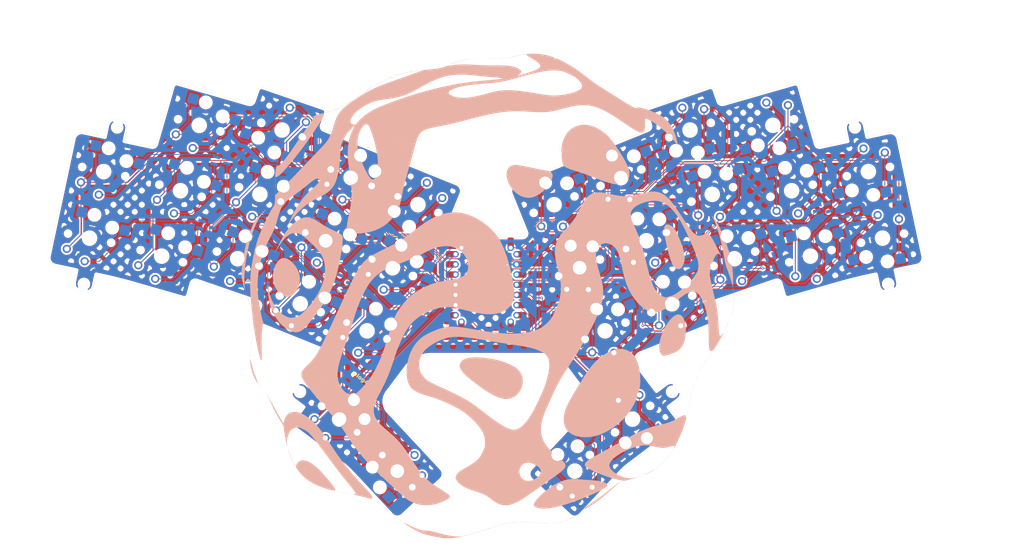
<source format=kicad_pcb>
(kicad_pcb (version 20240108) (generator "pcbnew") (generator_version "8.0")
  (title_block (title "faustus") (rev "v1.0.0") (company "Unknown"))
  (layers (0 "F.Cu" signal) (31 "B.Cu" signal) (34 "B.Paste" user) (35 "F.Paste" user) (36 "B.SilkS" user "B.Silkscreen") (37 "F.SilkS" user "F.Silkscreen") (38 "B.Mask" user) (39 "F.Mask" user) (44 "Edge.Cuts" user))
  (net 0 "")
  (net 5 "GND")
  (net 7 "Net-(D1-A-Pad1)")
  (net 8 "R0")
  (net 9 "Net-(D1-A-Pad2)")
  (net 10 "Net-(D2-A-Pad2)")
  (net 11 "Net-(D2-A-Pad1)")
  (net 12 "Net-(D4-A-Pad1)")
  (net 13 "R1")
  (net 14 "Net-(D4-A-Pad2)")
  (net 15 "Net-(D5-A-Pad1)")
  (net 16 "Net-(D5-A-Pad2)")
  (net 17 "R2")
  (net 18 "Net-(D6-A-Pad1)")
  (net 19 "Net-(D6-A-Pad2)")
  (net 21 "Net-(D8-A-Pad2)")
  (net 22 "Net-(D8-A-Pad1)")
  (net 23 "Net-(D9-A-Pad2)")
  (net 24 "Net-(D9-A-Pad1)")
  (net 25 "R3")
  (net 26 "Net-(D10-A-Pad1)")
  (net 27 "Net-(D10-A-Pad2)")
  (net 28 "Net-(D11-A-Pad2)")
  (net 29 "Net-(D11-A-Pad1)")
  (net 31 "Net-(D12-A-Pad2)")
  (net 32 "Net-(D13-A-Pad1)")
  (net 33 "R4")
  (net 34 "Net-(D13-A-Pad2)")
  (net 35 "Net-(D14-A-Pad1)")
  (net 36 "Net-(D14-A-Pad2)")
  (net 37 "Net-(D15-A-Pad1)")
  (net 39 "Net-(D16-A-Pad2)")
  (net 40 "Net-(D16-A-Pad1)")
  (net 41 "Net-(D17-A-Pad1)")
  (net 42 "Net-(D17-A-Pad2)")
  (net 43 "Net-(D18-A-Pad2)")
  (net 44 "Net-(D18-A-Pad1)")
  (net 45 "C0")
  (net 46 "C1")
  (net 47 "C2")
  (net 48 "C3")
  (net 49 "C4")
  (net 50 "C5")
  (net 51 "Net-(D7-A-Pad2)")
  (net 52 "R5")
  (net 53 "Net-(D3-A-Pad1)")
  (footprint "BeiBob-KiCAD-footprints:SW_Kailh_socket_PG1350_optional" (layer "F.Cu") (at 201.650941 -16.628509 -168)
    (property "Reference" "S17" (hide yes))
    (property "Value" "SW_Push" (hide yes))
  )
  (footprint "BeiBob-KiCAD-footprints:SW_Kailh_socket_PG1350_optional" (layer "F.Cu") (at 85.59272 -24.992576 158)
    (property "Reference" "S14" (hide yes))
    (property "Value" "SW_Push" (hide yes))
  )
  (footprint "BeiBob-KiCAD-footprints:SW_Kailh_socket_PG1350_optional" (layer "F.Cu") (at 132.329344 6.531675 22)
    (property "Reference" "S28" (hide yes))
    (property "Value" "SW_Push" (hide yes))
  )
  (footprint "BeiBob-KiCAD-footprints:SW_Kailh_socket_PG1350_optional" (layer "F.Cu") (at 79.224408 -9.23045 -22)
    (property "Reference" "S13" (hide yes))
    (property "Value" "SW_Push" (hide yes))
  )
  (footprint "BeiBob-KiCAD-footprints:SW_Kailh_socket_PG1350_optional" (layer "F.Cu") (at 164.629405 -11.490806 19)
    (property "Reference" "S22" (hide yes))
    (property "Value" "SW_Push" (hide yes))
  )
  (footprint "BeiBob-KiCAD-footprints:SW_Kailh_socket_PG1350_optional" (layer "F.Cu") (at 153.560088 -43.638438 -161)
    (property "Reference" "S24" (hide yes))
    (property "Value" "SW_Push" (hide yes))
  )
  (footprint "miao:Miao" (layer "F.Cu") (at 102.59272 -4.992576)
    (property "Reference" "MCU1" (hide yes))
    (property "Value" "~" (hide yes))
  )
  (footprint "BeiBob-KiCAD-footprints:SW_Kailh_socket_PG1350_optional" (layer "F.Cu") (at 178.934754 -28.474486 16)
    (property "Reference" "S20" (hide yes))
    (property "Value" "SW_Push" (hide yes))
  )
  (footprint "BeiBob-KiCAD-footprints:SW_Kailh_socket_PG1350_optional" (layer "F.Cu") (at 7.068997 -33.257018 -12)
    (property "Reference" "S2" (hide yes))
    (property "Value" "SW_Push" (hide yes))
  )
  (footprint "BeiBob-KiCAD-footprints:SW_Kailh_socket_PG1350_optional" (layer "F.Cu") (at 125.961032 -9.23045 22)
    (property "Reference" "S29" (hide yes))
    (property "Value" "SW_Push" (hide yes))
  )
  (footprint "BeiBob-KiCAD-footprints:SW_Kailh_socket_PG1350_optional" (layer "F.Cu") (at 51.625353 -43.638438 161)
    (property "Reference" "S8" (hide yes))
    (property "Value" "SW_Push" (hide yes))
  )
  (footprint "BeiBob-KiCAD-footprints:SW_Kailh_socket_PG1350_optional" (layer "F.Cu") (at 68.903411 -31.735494 -22)
    (property "Reference" "S11" (hide yes))
    (property "Value" "SW_Push" (hide yes))
  )
  (footprint "BeiBob-KiCAD-footprints:SW_Kailh_socket_PG1350_optional" (layer "F.Cu") (at 62.535098 -15.973369 -22)
    (property "Reference" "S10" (hide yes))
    (property "Value" "SW_Push" (hide yes))
  )
  (footprint "BeiBob-KiCAD-footprints:SW_Kailh_socket_PG1350_optional" (layer "F.Cu") (at 183.620589 -12.133038 16)
    (property "Reference" "S19" (hide yes))
    (property "Value" "SW_Push" (hide yes))
  )
  (footprint "BeiBob-KiCAD-footprints:SW_Kailh_socket_PG1350_optional" (layer "F.Cu") (at 3.534499 -16.628509 -12)
    (property "Reference" "S1" (hide yes))
    (property "Value" "SW_Push" (hide yes))
  )
  (footprint "BeiBob-KiCAD-footprints:SW_Kailh_socket_PG1350_optional" (layer "F.Cu") (at 198.116443 -33.257018 -168)
    (property "Reference" "S18" (hide yes))
    (property "Value" "SW_Push" (hide yes))
  )
  (footprint "BeiBob-KiCAD-footprints:SW_Kailh_socket_PG1350_optional" (layer "F.Cu") (at 40.556035 -11.490806 -19)
    (property "Reference" "S6" (hide yes))
    (property "Value" "SW_Push" (hide yes))
  )
  (footprint "BeiBob-KiCAD-footprints:SW_Kailh_socket_PG1350_optional" (layer "F.Cu") (at 30.936521 -44.815935 -16)
    (property "Reference" "S5" (hide yes))
    (property "Value" "SW_Push" (hide yes))
  )
  (footprint "BeiBob-KiCAD-footprints:SW_Kailh_socket_PG1350_optional" (layer "F.Cu") (at 46.090694 -27.564622 -19)
    (property "Reference" "S7" (hide yes))
    (property "Value" "SW_Push" (hide yes))
  )
  (footprint "BeiBob-KiCAD-footprints:SW_Kailh_socket_PG1350_optional" (layer "F.Cu") (at 159.094746 -27.564622 19)
    (property "Reference" "S23" (hide yes))
    (property "Value" "SW_Push" (hide yes))
  )
  (footprint "BeiBob-KiCAD-footprints:SW_Kailh_socket_PG1350_optional" (layer "F.Cu") (at 136.28203 -31.735494 22)
    (property "Reference" "S27" (hide yes))
    (property "Value" "SW_Push" (hide yes))
  )
  (footprint "BeiBob-KiCAD-footprints:SW_Kailh_socket_PG1350_optional" (layer "F.Cu") (at 56.166786 -0.211243 -22)
    (property "Reference" "S9" (hide yes))
    (property "Value" "SW_Push" (hide yes))
  )
  (footprint "BeiBob-KiCAD-footprints:SW_Kailh_socket_PG1350_optional" (layer "F.Cu") (at 124.770199 41.573697 47)
    (property "Reference" "S32" (hide yes))
    (property "Value" "SW_Push" (hide yes))
  )
  (footprint "BeiBob-KiCAD-footprints:SW_Kailh_socket_PG1350_optional" (layer "F.Cu") (at 21.564851 -12.133038 -16)
    (property "Reference" "S3" (hide yes))
    (property "Value" "SW_Push" (hide yes))
  )
  (footprint "BeiBob-KiCAD-footprints:SW_Kailh_socket_PG1350_optional" (layer "F.Cu") (at 139.196982 28.583763 -143)
    (property "Reference" "S31" (hide yes))
    (property "Value" "SW_Push" (hide yes))
  )
  (footprint "BeiBob-KiCAD-footprints:SW_Kailh_socket_PG1350_optional" (layer "F.Cu") (at 149.018654 -0.211243 22)
    (property "Reference" "S25" (hide yes))
    (property "Value" "SW_Push" (hide yes))
  )
  (footprint "BeiBob-KiCAD-footprints:SW_Kailh_socket_PG1350_optional" (layer "F.Cu") (at 80.415241 41.573697 133)
    (property "Reference" "S16" (hide yes))
    (property "Value" "SW_Push" (hide yes))
  )
  (footprint "BeiBob-KiCAD-footprints:SW_Kailh_socket_PG1350_optional" (layer "F.Cu") (at 142.650342 -15.973369 22)
    (property "Reference" "S26" (hide yes))
    (property "Value" "SW_Push" (hide yes))
  )
  (footprint "BeiBob-KiCAD-footprints:SW_Kailh_socket_PG1350_optional" (layer "F.Cu") (at 26.250686 -28.474486 -16)
    (property "Reference" "S4" (hide yes))
    (property "Value" "SW_Push" (hide yes))
  )
  (footprint "BeiBob-KiCAD-footprints:SW_Kailh_socket_PG1350_optional" (layer "F.Cu") (at 72.856096 6.531675 -22)
    (property "Reference" "S12" (hide yes))
    (property "Value" "SW_Push" (hide yes))
  )
  (footprint "BeiBob-KiCAD-footprints:SW_Kailh_socket_PG1350_optional" (layer "F.Cu") (at 174.248919 -44.815935 -164)
    (property "Reference" "S21" (hide yes))
    (property "Value" "SW_Push" (hide yes))
  )
  (footprint "BeiBob-KiCAD-footprints:SW_Kailh_socket_PG1350_optional" (layer "F.Cu") (at 65.988458 28.583763 -37)
    (property "Reference" "S15" (hide yes))
    (property "Value" "SW_Push" (hide yes))
  )
  (footprint "BeiBob-KiCAD-footprints:SW_Kailh_socket_PG1350_optional" (layer "F.Cu") (at 119.59272 -24.992576 22)
    (property "Reference" "S30" (hide yes))
    (property "Value" "SW_Push" (hide yes))
  )
  (footprint "Keebio-Parts:SOT-23_Handsoldering" (layer "B.Cu") (at 49.402221 -6.035098 72)
    (property "Reference" "D9" (hide yes))
    (property "Value" "BAV70" (hide yes))
  )
  (footprint "Keebio-Parts:SOT-23_Handsoldering" (layer "B.Cu") (at 118.492221 7.074902 180)
    (property "Reference" "D12" (hide yes))
    (property "Value" "BAV70" (hide yes))
  )
  (footprint "E:hello" (layer "B.Cu") (at 101.63272 -4.062179 -114)
    (property "Reference" "G***" (hide yes))
    (property "Value" "LOGO" (hide yes))
  )
  (footprint "Keebio-Parts:SOT-23_Handsoldering" (layer "B.Cu") (at 186.652184 -23.868443 -164)
    (property "Reference" "D13" (hide yes))
    (property "Value" "BAV70" (hide yes))
  )
  (footprint "Keebio-Parts:SOT-23_Handsoldering" (layer "B.Cu") (at 136.962221 16.834902 -143)
    (property "Reference" "D16" (hide yes))
    (property "Value" "BAV70" (hide yes))
  )
  (footprint "Keebio-Parts:SOT-23_Handsoldering" (layer "B.Cu") (at 73.607121 -21.532363 -22)
    (property "Reference" "D2" (hide yes))
    (property "Value" "BAV70" (hide yes))
  )
  (footprint "Keebio-Parts:SOT-23_Handsoldering" (layer "B.Cu") (at 87.902221 -3.395098 -22)
    (property "Reference" "D3" (hide yes))
    (property "Value" "BAV70" (hide yes))
  )
  (footprint "Keebio-Parts:SOT-23_Handsoldering" (layer "B.Cu") (at 193.87397 -22.358429 -168)
    (property "Reference" "D18" (hide yes))
    (property "Value" "BAV70" (hide yes))
  )
  (footprint "Keebio-Parts:SOT-23_Handsoldering" (layer "B.Cu") (at 118.572221 1.034902 180)
    (property "Reference" "D15" (hide yes))
    (property "Value" "BAV70" (hide yes))
  )
  (footprint "Keebio-Parts:SOT-23_Handsoldering" (layer "B.Cu") (at 36.420438 -35.611891 -16)
    (property "Reference" "D4" (hide yes))
    (property "Value" "BAV70" (hide yes))
  )
  (footprint "Keebio-Parts:SOT-23_Handsoldering" (layer "B.Cu") (at 86.292221 1.454902 -22)
    (property "Reference" "D7" (hide yes))
    (property "Value" "BAV70" (hide yes))
  )
  (footprint "Keebio-Parts:SOT-23_Handsoldering" (layer "B.Cu") (at 67.165636 -5.928624 -22)
    (property "Reference" "D5" (hide yes))
    (property "Value" "BAV70" (hide yes))
  )
  (footprint "Keebio-Parts:SOT-23_Handsoldering" (layer "B.Cu") (at 174.092221 -10.525098 -71)
    (property "Reference" "D17" (hide yes))
    (property "Value" "BAV70" (hide yes))
  )
  (footprint "Keebio-Parts:SOT-23_Handsoldering" (layer "B.Cu") (at 147.69272 -31.032179 -161)
    (property "Reference" "D10" (hide yes))
    (property "Value" "BAV70" (hide yes))
  )
  (footprint "Keebio-Parts:SOT-23_Handsoldering" (layer "B.Cu") (at 130.332221 -21.525098 -156)
    (property "Reference" "D11" (hide yes))
    (property "Value" "BAV70" (hide yes))
  )
  (footprint "Keebio-Parts:SOT-23_Handsoldering" (layer "B.Cu") (at 74.589499 18.182855 53)
    (property "Reference" "D6" (hide yes))
    (property "Value" "BAV70" (hide yes))
  )
  (footprint "Keebio-Parts:SOT-23_Handsoldering" (layer "B.Cu") (at 150.862221 -12.255098 -158)
    (property "Reference" "D14" (hide yes))
    (property "Value" "BAV70" (hide yes))
  )
  (footprint "Keebio-Parts:SOT-23_Handsoldering" (layer "B.Cu") (at 32.822221 -19.585098 -16)
    (property "Reference" "D8" (hide yes))
    (property "Value" "BAV70" (hide yes))
  )
  (footprint "Keebio-Parts:SOT-23_Handsoldering" (layer "B.Cu") (at 59.762221 -36.045098 -19)
    (property "Reference" "D1" (hide yes))
    (property "Value" "BAV70" (hide yes))
  )
  (gr_arc (start 190.289184 -5.202681) (mid 194.633864 -6.366835) (end 199.016526 -7.378652) (stroke (width 0.02)) (layer "Edge.Cuts"))
  (gr_arc (start 126.212717 52.490159) (mid 124.819817 53.124934) (end 123.386012 52.58887) (stroke (width 0.02)) (layer "Edge.Cuts"))
  (gr_arc (start 159.029102 0.540281) (mid 159.046338 -0.248998) (end 159.630718 -0.779844) (stroke (width 0.02)) (layer "Edge.Cuts"))
  (gr_arc (start 54.599387 23.757889) (mid 53.822491 22.438963) (end 54.205746 20.956988) (stroke (width 0.02)) (layer "Edge.Cuts"))
  (gr_arc (start 123.575574 -41.161972) (mid 125.106224 -41.148586) (end 126.179155 -40.056818) (stroke (width 0.02)) (layer "Edge.Cuts"))
  (gr_line (start 211.805696 -12.141755) (end 205.568345 -41.486183) (stroke (width 0.02)) (layer "Edge.Cuts"))
  (gr_arc (start 113.878414 43.722891) (mid 113.24365 42.329987) (end 113.779704 40.896187) (stroke (width 0.02)) (layer "Edge.Cuts"))
  (gr_line (start 203.968675 -3.319561) (end 202.990528 -3.111649) (stroke (width 0.02)) (layer "Edge.Cuts"))
  (gr_line (start 127.302974 -37.275266) (end 126.179155 -40.056818) (stroke (width 0.02)) (layer "Edge.Cuts"))
  (gr_line (start 111.712481 -16.802179) (end 102.59272 -16.802179) (stroke (width 0.02)) (layer "Edge.Cuts"))
  (gr_line (start 143.61175 -44.886528) (end 142.608659 -47.799714) (stroke (width 0.02)) (layer "Edge.Cuts"))
  (gr_line (start 56.995293 25.563334) (end 54.599387 23.757889) (stroke (width 0.02)) (layer "Edge.Cuts"))
  (gr_line (start 116.203636 12.497821) (end 102.59272 12.497821) (stroke (width 0.02)) (layer "Edge.Cuts"))
  (gr_line (start 26.912027 -1.757214) (end 14.896256 -5.202681) (stroke (width 0.02)) (layer "Edge.Cuts"))
  (gr_arc (start 147.576978 19.764711) (mid 149.058967 19.381427) (end 150.377879 20.158352) (stroke (width 0.02)) (layer "Edge.Cuts"))
  (gr_arc (start 91.405736 40.896187) (mid 91.94179 42.329982) (end 91.307026 43.722891) (stroke (width 0.02)) (layer "Edge.Cuts"))
  (gr_line (start 61.57369 -44.886528) (end 62.576781 -47.799714) (stroke (width 0.02)) (layer "Edge.Cuts"))
  (gr_line (start 150.2965 28.358558) (end 148.190147 25.563334) (stroke (width 0.02)) (layer "Edge.Cuts"))
  (gr_line (start 150.979694 20.956988) (end 150.377879 20.158352) (stroke (width 0.02)) (layer "Edge.Cuts"))
  (gr_arc (start 44.568693 -50.788392) (mid 44.058899 -50.196768) (end 43.281863 -50.11851) (stroke (width 0.02)) (layer "Edge.Cuts"))
  (gr_line (start 0.300028 -8.626122) (end -5.079784 -9.769636) (stroke (width 0.02)) (layer "Edge.Cuts"))
  (gr_arc (start 161.903577 -50.11851) (mid 161.126543 -50.196767) (end 160.616747 -50.788392) (stroke (width 0.02)) (layer "Edge.Cuts"))
  (gr_line (start 178.273413 -1.757214) (end 190.289184 -5.202681) (stroke (width 0.02)) (layer "Edge.Cuts"))
  (gr_arc (start 158.356907 -54.279891) (mid 159.120823 -54.233147) (end 159.627994 -53.65994) (stroke (width 0.02)) (layer "Edge.Cuts"))
  (gr_line (start 126.212717 52.490159) (end 135.935889 42.063333) (stroke (width 0.02)) (layer "Edge.Cuts"))
  (gr_line (start 46.828533 -54.279891) (end 61.95683 -49.0708) (stroke (width 0.02)) (layer "Edge.Cuts"))
  (gr_line (start 192.925677 -40.843582) (end 186.132445 -39.399636) (stroke (width 0.02)) (layer "Edge.Cuts"))
  (gr_arc (start 66.668636 39.739467) (mid 68.009826 40.845056) (end 69.249551 42.063333) (stroke (width 0.02)) (layer "Edge.Cuts"))
  (gr_arc (start 202.990528 -3.111649) (mid 201.485426 -3.390603) (end 200.618409 -4.652121) (stroke (width 0.02)) (layer "Edge.Cuts"))
  (gr_arc (start 11.343027 -46.150143) (mid 12.604545 -45.283127) (end 12.883498 -43.778025) (stroke (width 0.02)) (layer "Edge.Cuts"))
  (gr_line (start 20.222169 -40.102146) (end 24.352446 -54.506134) (stroke (width 0.02)) (layer "Edge.Cuts"))
  (gr_arc (start 45.557446 -53.65994) (mid 46.064606 -54.233141) (end 46.828533 -54.279891) (stroke (width 0.02)) (layer "Edge.Cuts"))
  (gr_arc (start 28.988578 -5.371053) (mid 29.488076 -5.982454) (end 30.275407 -6.040934) (stroke (width 0.02)) (layer "Edge.Cuts"))
  (gr_circle (center 123.629399 -39.026649) (end 122.529399 -39.026649) (stroke (width 0.02)) (fill none) (layer "Edge.Cuts"))
  (gr_arc (start 78.215481 26.751369) (mid 77.191758 24.339622) (end 77.957776 21.834079) (stroke (width 0.02)) (layer "Edge.Cuts"))
  (gr_arc (start 178.273413 -1.757214) (mid 177.512941 -1.843837) (end 177.036514 -2.442839) (stroke (width 0.02)) (layer "Edge.Cuts"))
  (gr_arc (start 143.61175 -44.886528) (mid 143.57617 -44.146289) (end 143.040838 -43.633776) (stroke (width 0.02)) (layer "Edge.Cuts"))
  (gr_line (start 199.994674 -7.586564) (end 199.016526 -7.378652) (stroke (width 0.02)) (layer "Edge.Cuts"))
  (gr_line (start 179.596095 -55.191758) (end 161.903577 -50.11851) (stroke (width 0.02)) (layer "Edge.Cuts"))
  (gr_circle (center 56.103924 21.7613) (end 57.203924 21.7613) (stroke (width 0.02)) (fill none) (layer "Edge.Cuts"))
  (gr_line (start 197.816415 -41.883141) (end 197.19268 -44.817583) (stroke (width 0.02)) (layer "Edge.Cuts"))
  (gr_line (start 10.364879 -46.358055) (end 11.343027 -46.150143) (stroke (width 0.02)) (layer "Edge.Cuts"))
  (gr_arc (start 211.805696 -12.141755) (mid 211.526742 -10.636654) (end 210.265224 -9.769636) (stroke (width 0.02)) (layer "Edge.Cuts"))
  (gr_line (start 184.963271 -40.102146) (end 180.832994 -54.506134) (stroke (width 0.02)) (layer "Edge.Cuts"))
  (gr_line (start 93.472959 -16.802179) (end 102.59272 -16.802179) (stroke (width 0.02)) (layer "Edge.Cuts"))
  (gr_arc (start 62.144602 -43.633776) (mid 61.609275 -44.146279) (end 61.57369 -44.886528) (stroke (width 0.02)) (layer "Edge.Cuts"))
  (gr_arc (start 82.59272 15.683301) (mid 85.412222 13.338346) (end 88.981804 12.497821) (stroke (width 0.02)) (layer "Edge.Cuts"))
  (gr_arc (start 112.639665 -18.176786) (mid 112.541505 -17.242993) (end 111.712481 -16.802179) (stroke (width 0.02)) (layer "Edge.Cuts"))
  (gr_arc (start 135.935889 42.063333) (mid 137.175614 40.845056) (end 138.516804 39.739467) (stroke (width 0.02)) (layer "Edge.Cuts"))
  (gr_arc (start 63.978764 12.112546) (mid 65.156831 13.432432) (end 64.826822 15.170544) (stroke (width 0.02)) (layer "Edge.Cuts"))
  (gr_line (start 145.181072 21.570156) (end 140.358618 15.170544) (stroke (width 0.02)) (layer "Edge.Cuts"))
  (gr_arc (start 186.132445 -39.399636) (mid 185.409496 -39.520619) (end 184.963271 -40.102146) (stroke (width 0.02)) (layer "Edge.Cuts"))
  (gr_arc (start 116.203636 12.497821) (mid 119.773218 13.338346) (end 122.59272 15.683301) (stroke (width 0.02)) (layer "Edge.Cuts"))
  (gr_line (start -6.620256 -12.141755) (end -0.382905 -41.486183) (stroke (width 0.02)) (layer "Edge.Cuts"))
  (gr_line (start 78.215481 26.751369) (end 91.405736 40.896187) (stroke (width 0.02)) (layer "Edge.Cuts"))
  (gr_arc (start 81.799428 52.58887) (mid 80.365632 53.124934) (end 78.972723 52.490159) (stroke (width 0.02)) (layer "Edge.Cuts"))
  (gr_line (start 96.372318 -27.647811) (end 92.545775 -18.176786) (stroke (width 0.02)) (layer "Edge.Cuts"))
  (gr_line (start 1.216765 -3.319561) (end 2.194912 -3.111649) (stroke (width 0.02)) (layer "Edge.Cuts"))
  (gr_arc (start 4.567031 -4.652121) (mid 3.700014 -3.390603) (end 2.194912 -3.111649) (stroke (width 0.02)) (layer "Edge.Cuts"))
  (gr_arc (start 142.608659 -47.799714) (mid 142.655373 -48.563659) (end 143.22861 -49.0708) (stroke (width 0.02)) (layer "Edge.Cuts"))
  (gr_arc (start 194.820561 -46.358055) (mid 196.32566 -46.079099) (end 197.19268 -44.817583) (stroke (width 0.02)) (layer "Edge.Cuts"))
  (gr_line (start 77.882466 -37.275266) (end 79.006285 -40.056818) (stroke (width 0.02)) (layer "Edge.Cuts"))
  (gr_line (start 54.88894 28.358558) (end 56.995293 25.563334) (stroke (width 0.02)) (layer "Edge.Cuts"))
  (gr_line (start 84.105797 -37.996481) (end 82.981977 -35.21493) (stroke (width 0.02)) (layer "Edge.Cuts"))
  (gr_arc (start 6.168914 -7.378652) (mid 10.551576 -6.366835) (end 14.896256 -5.202681) (stroke (width 0.02)) (layer "Edge.Cuts"))
  (gr_line (start 62.144602 -43.633776) (end 77.882466 -37.275266) (stroke (width 0.02)) (layer "Edge.Cuts"))
  (gr_line (start 54.205746 20.956988) (end 54.807561 20.158352) (stroke (width 0.02)) (layer "Edge.Cuts"))
  (gr_line (start 108.813122 -27.647811) (end 112.639665 -18.176786) (stroke (width 0.02)) (layer "Edge.Cuts"))
  (gr_line (start 45.565159 4.672966) (end 63.978764 12.112546) (stroke (width 0.02)) (layer "Edge.Cuts"))
  (gr_line (start 5.190766 -7.586564) (end 6.168914 -7.378652) (stroke (width 0.02)) (layer "Edge.Cuts"))
  (gr_arc (start 93.472959 -16.802179) (mid 92.643934 -17.242995) (end 92.545775 -18.176786) (stroke (width 0.02)) (layer "Edge.Cuts"))
  (gr_arc (start 61.95683 -49.0708) (mid 62.530067 -48.563659) (end 62.576781 -47.799714) (stroke (width 0.02)) (layer "Edge.Cuts"))
  (gr_line (start 200.618409 -4.652121) (end 199.994674 -7.586564) (stroke (width 0.02)) (layer "Edge.Cuts"))
  (gr_arc (start 160.172858 3.371176) (mid 160.166188 4.136527) (end 159.620281 4.672966) (stroke (width 0.02)) (layer "Edge.Cuts"))
  (gr_line (start 148.190147 25.563334) (end 150.586053 23.757889) (stroke (width 0.02)) (layer "Edge.Cuts"))
  (gr_line (start 197.816415 -41.883141) (end 203.196226 -43.026655) (stroke (width 0.02)) (layer "Edge.Cuts"))
  (gr_line (start 7.369025 -41.883141) (end 1.989214 -43.026655) (stroke (width 0.02)) (layer "Edge.Cuts"))
  (gr_arc (start -0.382905 -41.486183) (mid 0.484112 -42.747701) (end 1.989214 -43.026655) (stroke (width 0.02)) (layer "Edge.Cuts"))
  (gr_arc (start 150.2965 28.358558) (mid 150.679776 29.840539) (end 149.902859 31.159459) (stroke (width 0.02)) (layer "Edge.Cuts"))
  (gr_line (start 60.004368 21.570156) (end 64.826822 15.170544) (stroke (width 0.02)) (layer "Edge.Cuts"))
  (gr_line (start 123.575574 -41.161972) (end 122.184798 -40.600062) (stroke (width 0.02)) (layer "Edge.Cuts"))
  (gr_line (start 159.029102 0.540281) (end 160.172858 3.371176) (stroke (width 0.02)) (layer "Edge.Cuts"))
  (gr_line (start 81.609866 -41.161972) (end 83.000642 -40.600062) (stroke (width 0.02)) (layer "Edge.Cuts"))
  (gr_arc (start 20.222169 -40.102146) (mid 19.775943 -39.520619) (end 19.052995 -39.399636) (stroke (width 0.02)) (layer "Edge.Cuts"))
  (gr_line (start 66.668636 39.739467) (end 55.282581 31.159459) (stroke (width 0.02)) (layer "Edge.Cuts"))
  (gr_arc (start 54.807561 20.158352) (mid 56.126483 19.381426) (end 57.608462 19.764711) (stroke (width 0.02)) (layer "Edge.Cuts"))
  (gr_circle (center 149.081516 21.7613) (end 147.981516 21.7613) (stroke (width 0.02)) (fill none) (layer "Edge.Cuts"))
  (gr_arc (start 45.554722 -0.779844) (mid 46.139097 -0.24901) (end 46.156338 0.540281) (stroke (width 0.02)) (layer "Edge.Cuts"))
  (gr_line (start 78.972723 52.490159) (end 69.249551 42.063333) (stroke (width 0.02)) (layer "Edge.Cuts"))
  (gr_arc (start 108.813122 -27.647811) (mid 108.826493 -29.178468) (end 109.918277 -30.251392) (stroke (width 0.02)) (layer "Edge.Cuts"))
  (gr_line (start 25.589345 -55.191758) (end 43.281863 -50.11851) (stroke (width 0.02)) (layer "Edge.Cuts"))
  (gr_line (start 158.356907 -54.279891) (end 143.22861 -49.0708) (stroke (width 0.02)) (layer "Edge.Cuts"))
  (gr_line (start 192.301942 -43.778025) (end 192.925677 -40.843582) (stroke (width 0.02)) (layer "Edge.Cuts"))
  (gr_line (start 122.203463 -35.21493) (end 109.918277 -30.251392) (stroke (width 0.02)) (layer "Edge.Cuts"))
  (gr_line (start 121.079643 -37.996481) (end 122.203463 -35.21493) (stroke (width 0.02)) (layer "Edge.Cuts"))
  (gr_line (start 204.885412 -8.626122) (end 210.265224 -9.769636) (stroke (width 0.02)) (layer "Edge.Cuts"))
  (gr_arc (start 95.267163 -30.251392) (mid 96.358942 -29.178479) (end 96.372318 -27.647811) (stroke (width 0.02)) (layer "Edge.Cuts"))
  (gr_line (start 177.036514 -2.442839) (end 176.196862 -5.371053) (stroke (width 0.02)) (layer "Edge.Cuts"))
  (gr_line (start 7.369025 -41.883141) (end 7.99276 -44.817583) (stroke (width 0.02)) (layer "Edge.Cuts"))
  (gr_line (start 88.981804 12.497821) (end 102.59272 12.497821) (stroke (width 0.02)) (layer "Edge.Cuts"))
  (gr_line (start 194.820561 -46.358055) (end 193.842413 -46.150143) (stroke (width 0.02)) (layer "Edge.Cuts"))
  (gr_arc (start 127.227664 21.834079) (mid 127.993682 24.339622) (end 126.969959 26.751369) (stroke (width 0.02)) (layer "Edge.Cuts"))
  (gr_line (start 138.516804 39.739467) (end 149.902859 31.159459) (stroke (width 0.02)) (layer "Edge.Cuts"))
  (gr_arc (start 83.000642 -40.600062) (mid 84.092443 -39.527158) (end 84.105797 -37.996481) (stroke (width 0.02)) (layer "Edge.Cuts"))
  (gr_arc (start 150.979694 20.956988) (mid 151.36295 22.438957) (end 150.586053 23.757889) (stroke (width 0.02)) (layer "Edge.Cuts"))
  (gr_arc (start 79.006285 -40.056818) (mid 80.079205 -41.148581) (end 81.609866 -41.161972) (stroke (width 0.02)) (layer "Edge.Cuts"))
  (gr_line (start 0.300028 -8.626122) (end -0.323707 -5.691679) (stroke (width 0.02)) (layer "Edge.Cuts"))
  (gr_line (start 113.878414 43.722891) (end 123.386012 52.58887) (stroke (width 0.02)) (layer "Edge.Cuts"))
  (gr_line (start 127.227664 21.834079) (end 122.59272 15.683301) (stroke (width 0.02)) (layer "Edge.Cuts"))
  (gr_arc (start 140.358618 15.170544) (mid 140.028609 13.432432) (end 141.206676 12.112546) (stroke (width 0.02)) (layer "Edge.Cuts"))
  (gr_arc (start 28.148926 -2.442839) (mid 27.672488 -1.843831) (end 26.912027 -1.757214) (stroke (width 0.02)) (layer "Edge.Cuts"))
  (gr_line (start 44.568693 -50.788392) (end 45.557446 -53.65994) (stroke (width 0.02)) (layer "Edge.Cuts"))
  (gr_arc (start 45.565159 4.672966) (mid 45.019249 4.136519) (end 45.012582 3.371176) (stroke (width 0.02)) (layer "Edge.Cuts"))
  (gr_arc (start 55.282581 31.159459) (mid 54.505663 29.840536) (end 54.88894 28.358558) (stroke (width 0.02)) (layer "Edge.Cuts"))
  (gr_line (start 159.620281 4.672966) (end 141.206676 12.112546) (stroke (width 0.02)) (layer "Edge.Cuts"))
  (gr_arc (start 205.509147 -5.691679) (mid 205.230193 -4.186578) (end 203.968675 -3.319561) (stroke (width 0.02)) (layer "Edge.Cuts"))
  (gr_line (start 174.910033 -6.040934) (end 159.630718 -0.779844) (stroke (width 0.02)) (layer "Edge.Cuts"))
  (gr_line (start 4.567031 -4.652121) (end 5.190766 -7.586564) (stroke (width 0.02)) (layer "Edge.Cuts"))
  (gr_line (start 91.307026 43.722891) (end 81.799428 52.58887) (stroke (width 0.02)) (layer "Edge.Cuts"))
  (gr_line (start 160.616747 -50.788392) (end 159.627994 -53.65994) (stroke (width 0.02)) (layer "Edge.Cuts"))
  (gr_circle (center 2.121662 -5.1719) (end 3.221662 -5.1719) (stroke (width 0.02)) (fill none) (layer "Edge.Cuts"))
  (gr_circle (center 10.438129 -44.297804) (end 11.538129 -44.297804) (stroke (width 0.02)) (fill none) (layer "Edge.Cuts"))
  (gr_arc (start 192.301942 -43.778025) (mid 192.580895 -45.283128) (end 193.842413 -46.150143) (stroke (width 0.02)) (layer "Edge.Cuts"))
  (gr_line (start 204.885412 -8.626122) (end 205.509147 -5.691679) (stroke (width 0.02)) (layer "Edge.Cuts"))
  (gr_arc (start 1.216765 -3.319561) (mid -0.044753 -4.186578) (end -0.323707 -5.691679) (stroke (width 0.02)) (layer "Edge.Cuts"))
  (gr_arc (start 7.99276 -44.817583) (mid 8.859779 -46.079098) (end 10.364879 -46.358055) (stroke (width 0.02)) (layer "Edge.Cuts"))
  (gr_circle (center 203.063778 -5.1719) (end 201.963778 -5.1719) (stroke (width 0.02)) (fill none) (layer "Edge.Cuts"))
  (gr_arc (start 24.352446 -54.506134) (mid 24.828896 -55.105121) (end 25.589345 -55.191758) (stroke (width 0.02)) (layer "Edge.Cuts"))
  (gr_line (start 57.608462 19.764711) (end 60.004368 21.570156) (stroke (width 0.02)) (layer "Edge.Cuts"))
  (gr_circle (center 81.556041 -39.026649) (end 82.656041 -39.026649) (stroke (width 0.02)) (fill none) (layer "Edge.Cuts"))
  (gr_line (start 143.040838 -43.633776) (end 127.302974 -37.275266) (stroke (width 0.02)) (layer "Edge.Cuts"))
  (gr_line (start 126.969959 26.751369) (end 113.779704 40.896187) (stroke (width 0.02)) (layer "Edge.Cuts"))
  (gr_line (start 12.883498 -43.778025) (end 12.259763 -40.843582) (stroke (width 0.02)) (layer "Edge.Cuts"))
  (gr_arc (start -5.079784 -9.769636) (mid -6.341302 -10.636653) (end -6.620256 -12.141755) (stroke (width 0.02)) (layer "Edge.Cuts"))
  (gr_line (start 30.275407 -6.040934) (end 45.554722 -0.779844) (stroke (width 0.02)) (layer "Edge.Cuts"))
  (gr_line (start 12.259763 -40.843582) (end 19.052995 -39.399636) (stroke (width 0.02)) (layer "Edge.Cuts"))
  (gr_arc (start 203.196226 -43.026655) (mid 204.701328 -42.747701) (end 205.568345 -41.486183) (stroke (width 0.02)) (layer "Edge.Cuts"))
  (gr_line (start 46.156338 0.540281) (end 45.012582 3.371176) (stroke (width 0.02)) (layer "Edge.Cuts"))
  (gr_arc (start 174.910033 -6.040934) (mid 175.697376 -5.982448) (end 176.196862 -5.371053) (stroke (width 0.02)) (layer "Edge.Cuts"))
  (gr_line (start 28.148926 -2.442839) (end 28.988578 -5.371053) (stroke (width 0.02)) (layer "Edge.Cuts"))
  (gr_line (start 147.576978 19.764711) (end 145.181072 21.570156) (stroke (width 0.02)) (layer "Edge.Cuts"))
  (gr_circle (center 194.747311 -44.297804) (end 193.647311 -44.297804) (stroke (width 0.02)) (fill none) (layer "Edge.Cuts"))
  (gr_arc (start 179.596095 -55.191758) (mid 180.356546 -55.10512) (end 180.832994 -54.506134) (stroke (width 0.02)) (layer "Edge.Cuts"))
  (gr_line (start 82.981977 -35.21493) (end 95.267163 -30.251392) (stroke (width 0.02)) (layer "Edge.Cuts"))
  (gr_arc (start 121.079643 -37.996481) (mid 121.092999 -39.527163) (end 122.184798 -40.600062) (stroke (width 0.02)) (layer "Edge.Cuts"))
  (gr_line (start 77.957776 21.834079) (end 82.59272 15.683301) (stroke (width 0.02)) (layer "Edge.Cuts"))
  (gr_text "ulog4l" (at 69.172221 17.524902 323) (layer "F.SilkS") (effects (font (size 1 1)) (justify left bottom)))
  (segment (start 108.023117 -10.072576) (end 107.87272 -9.922179) (width 0.2) (layer "F.Cu") (net 5))
  (segment (start 110.21272 -10.072576) (end 108.023117 -10.072576) (width 0.2) (layer "F.Cu") (net 5))
  (via (at 107.87272 -9.922179) (size 0.6) (drill 0.3) (layers "F.Cu" "B.Cu") (net 5))
  (segment (start 42.712912 -40.834407) (end 41.650105 -40.834407) (width 0.2) (layer "B.Cu") (net 7))
  (segment (start 39.924602 -46.139767) (end 37.42436 -43.639525) (width 0.2) (layer "B.Cu") (net 7))
  (segment (start 33.76635 -39.144491) (end 29.310261 -39.144491) (width 0.2) (layer "B.Cu") (net 7))
  (segment (start 41.650105 -40.834407) (end 39.924602 -42.55991) (width 0.2) (layer "B.Cu") (net 7))
  (segment (start 57.393399 -34.993954) (end 48.553365 -34.993954) (width 0.2) (layer "B.Cu") (net 7))
  (segment (start 58.034653 -35.635208) (end 57.393399 -34.993954) (width 0.2) (layer "B.Cu") (net 7))
  (segment (start 37.42436 -42.802501) (end 33.76635 -39.144491) (width 0.2) (layer "B.Cu") (net 7))
  (segment (start 48.553365 -34.993954) (end 42.712912 -40.834407) (width 0.2) (layer "B.Cu") (net 7))
  (segment (start 39.924602 -42.55991) (end 39.924602 -46.139767) (width 0.2) (layer "B.Cu") (net 7))
  (segment (start 37.42436 -43.639525) (end 37.42436 -42.802501) (width 0.2) (layer "B.Cu") (net 7))
  (segment (start 90.293957 -10.450134) (end 90.293957 -3.834148) (width 0.2) (layer "B.Cu") (net 8))
  (segment (start 74.214142 -20.186698) (end 72.082221 -20.186698) (width 0.2) (layer "B.Cu") (net 8))
  (segment (start 86.204131 -13.463188) (end 87.280903 -13.463188) (width 0.2) (layer "B.Cu") (net 8))
  (segment (start 89.292997 -2.833188) (end 89.600266 -3.140457) (width 0.2) (layer "B.Cu") (net 8))
  (segment (start 61.180499 -29.88761) (end 70.881411 -20.186698) (width 0.2) (layer "B.Cu") (net 8))
  (segment (start 87.280903 -13.463188) (end 90.293957 -10.450134) (width 0.2) (layer "B.Cu") (net 8))
  (segment (start 96.43772 -14.222576) (end 94.066399 -14.222576) (width 0.2) (layer "B.Cu") (net 8))
  (segment (start 78.696866 -20.970453) (end 86.204131 -13.463188) (width 0.2) (layer "B.Cu") (net 8))
  (segment (start 74.997897 -20.970453) (end 74.214142 -20.186698) (width 0.2) (layer "B.Cu") (net 8))
  (segment (start 90.293957 -3.834148) (end 89.292997 -2.833188) (width 0.2) (layer "B.Cu") (net 8))
  (segment (start 70.881411 -20.186698) (end 72.082221 -20.186698) (width 0.2) (layer "B.Cu") (net 8))
  (segment (start 94.066399 -14.222576) (end 90.293957 -10.450134) (width 0.2) (layer "B.Cu") (net 8))
  (segment (start 61.180499 -35.556746) (end 61.180499 -29.88761) (width 0.2) (layer "B.Cu") (net 8))
  (segment (start 74.997897 -20.970453) (end 78.696866 -20.970453) (width 0.2) (layer "B.Cu") (net 8))
  (segment (start 58.967924 -37.746384) (end 58.967924 -46.129395) (width 0.2) (layer "B.Cu") (net 9))
  (segment (start 48.138774 -43.809567) (end 53.546205 -49.216998) (width 0.2) (layer "B.Cu") (net 9))
  (segment (start 58.967924 -46.129395) (end 55.880321 -49.216998) (width 0.2) (layer "B.Cu") (net 9))
  (segment (start 55.880321 -49.216998) (end 53.546205 -49.216998) (width 0.2) (layer "B.Cu") (net 9))
  (segment (start 58.653233 -37.431693) (end 58.967924 -37.746384) (width 0.2) (layer "B.Cu") (net 9))
  (segment (start 42.580306 -42.78682) (end 43.603053 -43.809567) (width 0.2) (layer "B.Cu") (net 9))
  (segment (start 43.603053 -43.809567) (end 48.138774 -43.809567) (width 0.2) (layer "B.Cu") (net 9))
  (segment (start 77.980632 -32.112564) (end 77.980632 -30.710468) (width 0.2) (layer "B.Cu") (net 10))
  (segment (start 77.980632 -30.710468) (end 73.535273 -26.265109) (width 0.2) (layer "B.Cu") (net 10))
  (segment (start 72.572221 -22.975098) (end 69.983243 -22.975098) (width 0.2) (layer "B.Cu") (net 10))
  (segment (start 69.983243 -22.975098) (end 66.693232 -26.265109) (width 0.2) (layer "B.Cu") (net 10))
  (segment (start 73.535273 -26.265109) (end 66.693232 -26.265109) (width 0.2) (layer "B.Cu") (net 10))
  (segment (start 82.578608 -25.23867) (end 77.138663 -25.23867) (width 0.2) (layer "B.Cu") (net 11))
  (segment (start 76.515499 -24.615506) (end 73.113441 -21.213448) (width 0.2) (layer "B.Cu") (net 11))
  (segment (start 71.860469 -21.213448) (end 72.885077 -21.213448) (width 0.2) (layer "B.Cu") (net 11))
  (segment (start 77.138663 -25.23867) (end 76.515499 -24.615506) (width 0.2) (layer "B.Cu") (net 11))
  (segment (start 73.113441 -21.213448) (end 71.860469 -21.213448) (width 0.2) (layer "B.Cu") (net 11))
  (segment (start 87.802899 -30.462961) (end 82.578608 -25.23867) (width 0.2) (layer "B.Cu") (net 11))
  (segment (start 29.080515 -22.803042) (end 24.624426 -22.803042) (width 0.2) (layer "B.Cu") (net 12))
  (segment (start 34.063921 -27.786448) (end 29.080515 -22.803042) (width 0.2) (layer "B.Cu") (net 12))
  (segment (start 34.063921 -28.623472) (end 34.063921 -27.786448) (width 0.2) (layer "B.Cu") (net 12))
  (segment (start 34.716688 -30.320397) (end 35.238767 -29.798318) (width 0.2) (layer "B.Cu") (net 12))
  (segment (start 34.716688 -35.112148) (end 34.716688 -30.320397) (width 0.2) (layer "B.Cu") (net 12))
  (segment (start 35.238767 -29.798318) (end 34.063921 -28.623472) (width 0.2) (layer "B.Cu") (net 12))
  (segment (start 68.556412 -5.366714) (end 67.772657 -4.582959) (width 0.2) (layer "B.Cu") (net 13))
  (segment (start 37.862331 -26.001997) (end 37.862331 -35.198435) (width 0.2) (layer "B.Cu") (net 13))
  (segment (start 92.73272 -3.032912) (end 92.73272 -10.372576) (width 0.2) (layer "B.Cu") (net 13))
  (segment (start 86.258492 2.016811) (end 84.902002 0.660321) (width 0.2) (layer "B.Cu") (net 13))
  (segment (start 78.708139 0.660321) (end 72.681104 -5.366714) (width 0.2) (layer "B.Cu") (net 13))
  (segment (start 87.682997 2.016811) (end 92.73272 -3.032912) (width 0.2) (layer "B.Cu") (net 13))
  (segment (start 67.772657 -4.582959) (end 63.789026 -4.582959) (width 0.2) (layer "B.Cu") (net 13))
  (segment (start 72.681104 -5.366714) (end 68.556412 -5.366714) (width 0.2) (layer "B.Cu") (net 13))
  (segment (start 48.499554 -19.872431) (end 43.991897 -19.872431) (width 0.2) (layer "B.Cu") (net 13))
  (segment (start 63.789026 -4.582959) (end 48.499554 -19.872431) (width 0.2) (layer "B.Cu") (net 13))
  (segment (start 43.991897 -19.872431) (end 37.862331 -26.001997) (width 0.2) (layer "B.Cu") (net 13))
  (segment (start 87.682997 2.016811) (end 86.258492 2.016811) (width 0.2) (layer "B.Cu") (net 13))
  (segment (start 92.73272 -10.372576) (end 94.97272 -12.612576) (width 0.2) (layer "B.Cu") (net 13))
  (segment (start 84.902002 0.660321) (end 78.708139 0.660321) (width 0.2) (layer "B.Cu") (net 13))
  (segment (start 34.656993 -37.521955) (end 18.26019 -37.521955) (width 0.2) (layer "B.Cu") (net 14))
  (segment (start 15.689368 -33.410907) (end 9.764408 -27.485947) (width 0.2) (layer "B.Cu") (net 14))
  (segment (start 18.26019 -37.521955) (end 15.942837 -35.204602) (width 0.2) (layer "B.Cu") (net 14))
  (segment (start 15.942837 -34.603385) (end 15.689368 -33.410907) (width 0.2) (layer "B.Cu") (net 14))
  (segment (start 9.764408 -27.485947) (end 5.842318 -27.485947) (width 0.2) (layer "B.Cu") (net 14))
  (segment (start 35.240403 -36.938545) (end 34.656993 -37.521955) (width 0.2) (layer "B.Cu") (net 14))
  (segment (start 15.942837 -35.204602) (end 15.942837 -34.603385) (width 0.2) (layer "B.Cu") (net 14))
  (segment (start 67.461405 -7.8538) (end 64.812221 -10.502984) (width 0.2) (layer "B.Cu") (net 15))
  (segment (start 71.612319 -14.948343) (end 67.16696 -10.502984) (width 0.2) (layer "B.Cu") (net 15))
  (segment (start 66.443589 -5.609709) (end 67.461405 -6.627525) (width 0.2) (layer "B.Cu") (net 15))
  (segment (start 64.812221 -10.502984) (end 60.324919 -10.502984) (width 0.2) (layer "B.Cu") (net 15))
  (segment (start 71.612319 -16.350439) (end 71.612319 -14.948343) (width 0.2) (layer "B.Cu") (net 15))
  (segment (start 67.461405 -6.627525) (end 67.461405 -7.8538) (width 0.2) (layer "B.Cu") (net 15))
  (segment (start 67.16696 -10.502984) (end 60.324919 -10.502984) (width 0.2) (layer "B.Cu") (net 15))
  (segment (start 65.418981 -5.609709) (end 66.443589 -5.609709) (width 0.2) (layer "B.Cu") (net 15))
  (segment (start 61.566313 -7.371358) (end 46.951609 -21.986062) (width 0.2) (layer "B.Cu") (net 16))
  (segment (start 52.491946 -25.772445) (end 52.491946 -25.276568) (width 0.2) (layer "B.Cu") (net 16))
  (segment (start 49.20144 -21.986062) (end 44.169842 -21.986062) (width 0.2) (layer "B.Cu") (net 16))
  (segment (start 55.135741 -28.41624) (end 52.491946 -25.772445) (width 0.2) (layer "B.Cu") (net 16))
  (segment (start 66.130738 -7.371358) (end 61.566313 -7.371358) (width 0.2) (layer "B.Cu") (net 16))
  (segment (start 46.951609 -21.986062) (end 44.169842 -21.986062) (width 0.2) (layer "B.Cu") (net 16))
  (segment (start 52.491946 -25.276568) (end 49.20144 -21.986062) (width 0.2) (layer "B.Cu") (net 16))
  (segment (start 65.480672 9.964094) (end 72.50148 16.984902) (width 0.2) (layer "B.Cu") (net 17))
  (segment (start 56.052221 -11.685098) (end 63.55436 -4.182959) (width 0.2) (layer "B.Cu") (net 17))
  (segment (start 93.13272 -0.655597) (end 93.13272 -8.232576) (width 0.2) (layer "B.Cu") (net 17))
  (segment (start 63.55436 -4.182959) (end 64.95436 -4.182959) (width 0.2) (layer "B.Cu") (net 17))
  (segment (start 51.553495 -9.149431) (end 54.089162 -11.685098) (width 0.2) (layer "B.Cu") (net 17))
  (segment (start 51.553495 -13.272625) (end 51.553495 -9.149431) (width 0.2) (layer "B.Cu") (net 17))
  (segment (start 64.95436 -4.182959) (end 67.482221 -1.655098) (width 0.2) (layer "B.Cu") (net 17))
  (segment (start 67.482221 -1.655098) (end 67.482221 0.008415) (width 0.2) (layer "B.Cu") (net 17))
  (segment (start 43.826211 -19.472431) (end 45.353689 -19.472431) (width 0.2) (layer "B.Cu") (net 17))
  (segment (start 72.50148 16.984902) (end 75.492221 16.984902) (width 0.2) (layer "B.Cu") (net 17))
  (segment (start 34.264114 -19.171642) (end 37.143232 -22.05076) (width 0.2) (layer "B.Cu") (net 17))
  (segment (start 49.865746 -7.461683) (end 51.553494 -9.149431) (width 0.2) (layer "B.Cu") (net 17))
  (segment (start 37.143232 -22.05076) (end 41.247882 -22.05076) (width 0.2) (layer "B.Cu") (net 17))
  (segment (start 93.13272 -8.232576) (end 94.97272 -10.072576) (width 0.2) (layer "B.Cu") (net 17))
  (segment (start 65.480672 2.009964) (end 65.480672 9.964094) (width 0.2) (layer "B.Cu") (net 17))
  (segment (start 51.553494 -9.149431) (end 51.553495 -9.149431) (width 0.2) (layer "B.Cu") (net 17))
  (segment (start 45.353689 -19.472431) (end 51.553495 -13.272625) (width 0.2) (layer "B.Cu") (net 17))
  (segment (start 54.089162 -11.685098) (end 56.052221 -11.685098) (width 0.2) (layer "B.Cu") (net 17))
  (segment (start 75.492221 16.984902) (end 93.13272 -0.655597) (width 0.2) (layer "B.Cu") (net 17))
  (segment (start 41.247882 -22.05076) (end 43.826211 -19.472431) (width 0.2) (layer "B.Cu") (net 17))
  (segment (start 67.482221 0.008415) (end 65.480672 2.009964) (width 0.2) (layer "B.Cu") (net 17))
  (segment (start 72.029128 38.079239) (end 73.758015 36.350352) (width 0.2) (layer "B.Cu") (net 18))
  (segment (start 77.221128 30.040807) (end 77.221128 28.944902) (width 0.2) (layer "B.Cu") (net 18))
  (segment (start 73.758015 36.350352) (end 83.530673 36.350352) (width 0.2) (layer "B.Cu") (net 18))
  (segment (start 77.221128 28.944902) (end 77.221128 26.429315) (width 0.2) (layer "B.Cu") (net 18))
  (segment (start 74.44548 23.653667) (end 74.44548 19.952535) (width 0.2) (layer "B.Cu") (net 18))
  (segment (start 84.730228 37.549907) (end 77.221128 30.040807) (width 0.2) (layer "B.Cu") (net 18))
  (segment (start 83.530673 36.350352) (end 84.730228 37.549907) (width 0.2) (layer "B.Cu") (net 18))
  (segment (start 77.221128 26.429315) (end 74.44548 23.653667) (width 0.2) (layer "B.Cu") (net 18))
  (segment (start 76.821128 28.601744) (end 74.853973 30.568899) (width 0.2) (layer "B.Cu") (net 19))
  (segment (start 72.928072 22.701944) (end 76.821128 26.595) (width 0.2) (layer "B.Cu") (net 19))
  (segment (start 72.928072 18.809085) (end 72.928072 22.701944) (width 0.2) (layer "B.Cu") (net 19))
  (segment (start 74.853973 30.568899) (end 72.127159 33.295713) (width 0.2) (layer "B.Cu") (net 19))
  (segment (start 72.127159 33.295713) (end 62.437749 33.295713) (width 0.2) (layer "B.Cu") (net 19))
  (segment (start 76.821128 26.595) (end 76.821128 28.601744) (width 0.2) (layer "B.Cu") (net 19))
  (segment (start 5.985083 -10.857438) (end 2.30782 -10.857438) (width 0.2) (layer "B.Cu") (net 21))
  (segment (start 31.642184 -20.911753) (end 14.743999 -20.911753) (width 0.2) (layer "B.Cu") (net 21))
  (segment (start 10.115211 -14.987566) (end 5.985083 -10.857438) (width 0.2) (layer "B.Cu") (net 21))
  (segment (start 10.115211 -16.282965) (end 10.115211 -14.987566) (width 0.2) (layer "B.Cu") (net 21))
  (segment (start 12.408339 -18.576093) (end 10.115211 -16.282965) (width 0.2) (layer "B.Cu") (net 21))
  (segment (start 14.743999 -20.911753) (end 12.408339 -18.576093) (width 0.2) (layer "B.Cu") (net 21))
  (segment (start 31.118473 -19.085355) (end 30.552932 -18.519814) (width 0.2) (layer "B.Cu") (net 22))
  (segment (start 28.05269 -10.119604) (end 24.39468 -6.461594) (width 0.2) (layer "B.Cu") (net 22))
  (segment (start 30.395098 -13.45687) (end 28.05269 -11.114462) (width 0.2) (layer "B.Cu") (net 22))
  (segment (start 30.552932 -13.45687) (end 30.395098 -13.45687) (width 0.2) (layer "B.Cu") (net 22))
  (segment (start 24.39468 -6.461594) (end 19.938591 -6.461594) (width 0.2) (layer "B.Cu") (net 22))
  (segment (start 30.552932 -18.519814) (end 30.552932 -13.45687) (width 0.2) (layer "B.Cu") (net 22))
  (segment (start 28.05269 -11.114462) (end 28.05269 -10.119604) (width 0.2) (layer "B.Cu") (net 22))
  (segment (start 48.035194 -4.902082) (end 48.035194 -10.776536) (width 0.2) (layer "B.Cu") (net 23))
  (segment (start 46.957287 -9.698629) (end 46.957287 -9.202752) (width 0.2) (layer "B.Cu") (net 23))
  (segment (start 48.035194 -10.776536) (end 49.601082 -12.342424) (width 0.2) (layer "B.Cu") (net 23))
  (segment (start 43.666781 -5.912246) (end 38.635183 -5.912246) (width 0.2) (layer "B.Cu") (net 23))
  (segment (start 49.601082 -12.342424) (end 46.957287 -9.698629) (width 0.2) (layer "B.Cu") (net 23))
  (segment (start 46.957287 -9.202752) (end 43.666781 -5.912246) (width 0.2) (layer "B.Cu") (net 23))
  (segment (start 51.646461 5.259142) (end 53.956607 5.259142) (width 0.2) (layer "B.Cu") (net 24))
  (segment (start 65.244007 -0.588313) (end 65.244007 0.813783) (width 0.2) (layer "B.Cu") (net 24))
  (segment (start 60.798648 5.259142) (end 53.956607 5.259142) (width 0.2) (layer "B.Cu") (net 24))
  (segment (start 65.244007 0.813783) (end 60.798648 5.259142) (width 0.2) (layer "B.Cu") (net 24))
  (segment (start 47.812221 1.424902) (end 51.646461 5.259142) (width 0.2) (layer "B.Cu") (net 24))
  (segment (start 47.812221 -2.284966) (end 47.812221 1.424902) (width 0.2) (layer "B.Cu") (net 24))
  (segment (start 49.842199 -4.314944) (end 47.812221 -2.284966) (width 0.2) (layer "B.Cu") (net 24))
  (segment (start 146.274442 -30.543827) (end 144.76095 -30.543827) (width 0.2) (layer "B.Cu") (net 25))
  (segment (start 127.122221 -17.115098) (end 128.961903 -18.95478) (width 0.2) (layer "B.Cu") (net 25))
  (segment (start 115.822221 5.904902) (end 115.822221 -11.481924) (width 0.2) (layer "B.Cu") (net 25))
  (segment (start 115.822221 -11.481924) (end 115.822221 -10.602077) (width 0.2) (layer "B.Cu") (net 25))
  (segment (start 144.76095 -30.543827) (end 134.422221 -20.205098) (width 0.2) (layer "B.Cu") (net 25))
  (segment (start 134.422221 -20.205098) (end 129.671798 -20.205098) (width 0.2) (layer "B.Cu") (net 25))
  (segment (start 116.992221 7.074902) (end 115.822221 5.904902) (width 0.2) (layer "B.Cu") (net 25))
  (segment (start 128.961903 -18.95478) (end 128.961903 -20.914993) (width 0.2) (layer "B.Cu") (net 25))
  (segment (start 115.822221 -11.481924) (end 121.455395 -17.115098) (width 0.2) (layer "B.Cu") (net 25))
  (segment (start 121.455395 -17.115098) (end 127.122221 -17.115098) (width 0.2) (layer "B.Cu") (net 25))
  (segment (start 129.671798 -20.205098) (end 128.961903 -20.914993) (width 0.2) (layer "B.Cu") (net 25))
  (segment (start 115.822221 -10.602077) (end 110.21272 -4.992576) (width 0.2) (layer "B.Cu") (net 25))
  (segment (start 166.177311 -38.930305) (end 167.32812 -38.930305) (width 0.2) (layer "B.Cu") (net 26))
  (segment (start 170.433326 -35.825098) (end 172.252221 -35.825098) (width 0.2) (layer "B.Cu") (net 26))
  (segment (start 173.587221 -37.160098) (end 173.587221 -40.240098) (width 0.2) (layer "B.Cu") (net 26))
  (segment (start 152.155113 -35.772179) (end 159.464191 -35.772179) (width 0.2) (layer "B.Cu") (net 26))
  (segment (start 159.464191 -35.772179) (end 160.882423 -34.353947) (width 0.2) (layer "B.Cu") (net 26))
  (segment (start 160.882423 -34.353947) (end 161.600953 -34.353947) (width 0.2) (layer "B.Cu") (net 26))
  (segment (start 148.801708 -32.418774) (end 152.155113 -35.772179) (width 0.2) (layer "B.Cu") (net 26))
  (segment (start 161.600953 -34.353947) (end 166.177311 -38.930305) (width 0.2) (layer "B.Cu") (net 26))
  (segment (start 172.252221 -35.825098) (end 173.587221 -37.160098) (width 0.2) (layer "B.Cu") (net 26))
  (segment (start 173.587221 -40.240098) (end 176.492221 -43.145098) (width 0.2) (layer "B.Cu") (net 26))
  (segment (start 176.492221 -46.617817) (end 172.622659 -50.487379) (width 0.2) (layer "B.Cu") (net 26))
  (segment (start 176.492221 -43.145098) (end 176.492221 -46.617817) (width 0.2) (layer "B.Cu") (net 26))
  (segment (start 167.328119 -38.930305) (end 170.433326 -35.825098) (width 0.2) (layer "B.Cu") (net 26))
  (segment (start 151.639236 -46.825642) (end 151.639236 -49.216998) (width 0.2) (layer "B.Cu") (net 27))
  (segment (start 146.956802 -42.143208) (end 151.639236 -46.825642) (width 0.2) (layer "B.Cu") (net 27))
  (segment (start 148.415549 -30.622289) (end 146.956802 -32.081036) (width 0.2) (layer "B.Cu") (net 27))
  (segment (start 149.420289 -30.622289) (end 148.415549 -30.622289) (width 0.2) (layer "B.Cu") (net 27))
  (segment (start 146.956802 -32.081036) (end 146.956802 -37.398667) (width 0.2) (layer "B.Cu") (net 27))
  (segment (start 146.956802 -37.398667) (end 146.956802 -42.143208) (width 0.2) (layer "B.Cu") (net 27))
  (segment (start 142.549702 -38.312303) (end 142.582441 -38.279564) (width 0.2) (layer "B.Cu") (net 28))
  (segment (start 137.086713 -26.265109) (end 138.492209 -26.265109) (width 0.2) (layer "B.Cu") (net 28))
  (segment (start 142.582441 -30.355341) (end 138.492209 -26.265109) (width 0.2) (layer "B.Cu") (net 28))
  (segment (start 132.088939 -21.267335) (end 137.086713 -26.265109) (width 0.2) (layer "B.Cu") (net 28))
  (segment (start 142.582441 -38.279564) (end 142.582441 -30.355341) (width 0.2) (layer "B.Cu") (net 28))
  (segment (start 128.434255 -23.003071) (end 131.31614 -23.003071) (width 0.2) (layer "B.Cu") (net 29))
  (segment (start 126.859017 -24.578309) (end 121.802899 -19.522191) (width 0.2) (layer "B.Cu") (net 29))
  (segment (start 126.859017 -24.578309) (end 128.434255 -23.003071) (width 0.2) (layer "B.Cu") (net 29))
  (segment (start 125.860392 -31.569385) (end 126.859017 -30.57076) (width 0.2) (layer "B.Cu") (net 29))
  (segment (start 126.859017 -30.57076) (end 126.859017 -24.578309) (width 0.2) (layer "B.Cu") (net 29))
  (segment (start 139.595641 6.945942) (end 134.539523 12.00206) (width 0.2) (layer "B.Cu") (net 31))
  (segment (start 119.992221 8.024902) (end 125.211326 13.244007) (width 0.2) (layer "B.Cu") (net 31))
  (segment (start 133.297576 13.244007) (end 134.539523 12.00206) (width 0.2) (layer "B.Cu") (net 31))
  (segment (start 139.595641 0.953491) (end 139.595641 6.945942) (width 0.2) (layer "B.Cu") (net 31))
  (segment (start 125.211326 13.244007) (end 133.297576 13.244007) (width 0.2) (layer "B.Cu") (net 31))
  (segment (start 138.597016 -0.045134) (end 139.595641 0.953491) (width 0.2) (layer "B.Cu") (net 31))
  (segment (start 185.855553 -34.360116) (end 185.855553 -28.097581) (width 0.2) (layer "B.Cu") (net 32))
  (segment (start 185.855553 -28.097581) (end 180.561014 -22.803042) (width 0.2) (layer "B.Cu") (net 32))
  (segment (start 187.832221 -26.120913) (end 185.855553 -28.097581) (width 0.2) (layer "B.Cu") (net 32))
  (segment (start 187.832221 -25.195098) (end 187.832221 -26.120913) (width 0.2) (layer "B.Cu") (net 32))
  (segment (start 114.31639 -1.720929) (end 113.584743 -2.452576) (width 0.2) (layer "F.Cu") (net 33))
  (segment (start 113.584743 -2.452576) (end 110.61272 -2.452576) (width 0.2) (layer "F.Cu") (net 33))
  (segment (start 116.483345 -1.720929) (end 114.31639 -1.720929) (width 0.2) (layer "F.Cu") (net 33))
  (via (at 116.483345 -1.720929) (size 0.6) (drill 0.3) (layers "F.Cu" "B.Cu") (net 33))
  (segment (start 155.350064 -15.027255) (end 160.447907 -20.125098) (width 0.2) (layer "B.Cu") (net 33))
  (segment (start 164.077185 -20.670062) (end 182.425366 -20.670062) (width 0.2) (layer "B.Cu") (net 33))
  (segment (start 147.911832 -11.693189) (end 149.471444 -11.693189) (width 0.2) (layer "B.Cu") (net 33))
  (segment (start 129.272221 -1.865098) (end 134.542221 -7.135098) (width 0.2) (layer "B.Cu") (net 33))
  (segment (start 163.532221 -20.125098) (end 164.077185 -20.670062) (width 0.2) (layer "B.Cu") (net 33))
  (segment (start 134.542221 -7.135098) (end 143.353741 -7.135098) (width 0.2) (layer "B.Cu") (net 33))
  (segment (start 182.425366 -20.670062) (end 185.210291 -23.454987) (width 0.2) (layer "B.Cu") (net 33))
  (segment (start 149.471444 -11.693189) (end 150.2552 -10.909433) (width 0.2) (layer "B.Cu") (net 33))
  (segment (start 143.353741 -7.135098) (end 147.911832 -11.693189) (width 0.2) (layer "B.Cu") (net 33))
  (segment (start 155.350064 -13.207445) (end 155.350064 -15.027255) (width 0.2) (layer "B.Cu") (net 33))
  (segment (start 127.172221 -1.865098) (end 129.272221 -1.865098) (width 0.2) (layer "B.Cu") (net 33))
  (segment (start 118.048551 1.034902) (end 124.272221 1.034902) (width 0.2) (layer "B.Cu") (net 33))
  (segment (start 124.272221 1.034902) (end 127.172221 -1.865098) (width 0.2) (layer "B.Cu") (net 33))
  (segment (start 116.732221 -1.472053) (end 116.732221 1.034902) (width 0.2) (layer "B.Cu") (net 33))
  (segment (start 160.447907 -20.125098) (end 163.532221 -20.125098) (width 0.2) (layer "B.Cu") (net 33))
  (segment (start 153.052052 -10.909433) (end 155.350064 -13.207445) (width 0.2) (layer "B.Cu") (net 33))
  (segment (start 116.483345 -1.720929) (end 116.732221 -1.472053) (width 0.2) (layer "B.Cu") (net 33))
  (segment (start 150.2552 -10.909433) (end 153.052052 -10.909433) (width 0.2) (layer "B.Cu") (net 33))
  (segment (start 188.355932 -23.3687) (end 190.80194 -25.814708) (width 0.2) (layer "B.Cu") (net 34))
  (segment (start 190.80194 -25.814708) (end 190.80194 -27.868495) (width 0.2) (layer "B.Cu") (net 34))
  (segment (start 196.889764 -39.028089) (end 190.80194 -32.940265) (width 0.2) (layer "B.Cu") (net 34))
  (segment (start 190.80194 -32.940265) (end 190.80194 -27.868495) (width 0.2) (layer "B.Cu") (net 34))
  (segment (start 149.916639 -15.725098) (end 149.916639 -15.559102) (width 0.2) (layer "B.Cu") (net 35))
  (segment (start 149.916639 -15.559102) (end 144.860521 -10.502984) (width 0.2) (layer "B.Cu") (net 35))
  (segment (start 151.89712 -13.697833) (end 150.035851 -15.559102) (width 0.2) (layer "B.Cu") (net 35))
  (segment (start 150.035851 -15.559102) (end 149.916639 -15.559102) (width 0.2) (layer "B.Cu") (net 35))
  (segment (start 148.918014 -22.550178) (end 149.916639 -21.551553) (width 0.2) (layer "B.Cu") (net 35))
  (segment (start 149.916639 -21.551553) (end 149.916639 -15.725098) (width 0.2) (layer "B.Cu") (net 35))
  (segment (start 151.89712 -13.697833) (end 149.916639 -15.678314) (width 0.2) (layer "B.Cu") (net 35))
  (segment (start 149.916639 -15.678314) (end 149.916639 -15.725098) (width 0.2) (layer "B.Cu") (net 35))
  (segment (start 152.608873 -11.936183) (end 152.608873 -12.85175) (width 0.2) (layer "B.Cu") (net 36))
  (segment (start 161.015598 -21.258475) (end 161.015598 -21.986062) (width 0.2) (layer "B.Cu") (net 36))
  (segment (start 165.698032 -26.668496) (end 161.015598 -21.986062) (width 0.2) (layer "B.Cu") (net 36))
  (segment (start 152.608873 -12.85175) (end 161.015598 -21.258475) (width 0.2) (layer "B.Cu") (net 36))
  (segment (start 165.698032 -33.804393) (end 165.698032 -26.668496) (width 0.2) (layer "B.Cu") (net 36))
  (segment (start 132.228704 -15.807259) (end 133.227329 -14.808634) (width 0.2) (layer "B.Cu") (net 37))
  (segment (start 133.227329 -14.808634) (end 133.227329 -8.816183) (width 0.2) (layer "B.Cu") (net 37))
  (segment (start 128.171211 -3.760065) (end 124.326244 0.084902) (width 0.2) (layer "B.Cu") (net 37))
  (segment (start 133.227329 -8.816183) (end 128.171211 -3.760065) (width 0.2) (layer "B.Cu") (net 37))
  (segment (start 124.326244 0.084902) (end 120.072221 0.084902) (width 0.2) (layer "B.Cu") (net 37))
  (segment (start 134.845079 36.558665) (end 134.845079 34.586958) (width 0.2) (layer "B.Cu") (net 39))
  (segment (start 138.731899 20.786187) (end 138.731899 16.690883) (width 0.2) (layer "B.Cu") (net 39))
  (segment (start 134.845079 34.586958) (end 136.052221 33.379816) (width 0.2) (layer "B.Cu") (net 39))
  (segment (start 135.646273 23.871813) (end 138.731899 20.786187) (width 0.2) (layer "B.Cu") (net 39))
  (segment (start 136.052221 24.277761) (end 135.646273 23.871813) (width 0.2) (layer "B.Cu") (net 39))
  (segment (start 136.052221 33.379816) (end 136.052221 24.277761) (width 0.2) (layer "B.Cu") (net 39))
  (segment (start 129.72209 35.015182) (end 129.72209 44.960583) (width 0.2) (layer "B.Cu") (net 40))
  (segment (start 137.432469 15.329457) (end 137.432469 18.87029) (width 0.2) (layer "B.Cu") (net 40))
  (segment (start 127.671159 28.6316) (end 127.671159 32.964251) (width 0.2) (layer "B.Cu") (net 40))
  (segment (start 127.671159 32.964251) (end 129.72209 35.015182) (width 0.2) (layer "B.Cu") (net 40))
  (segment (start 137.58845 15.173476) (end 137.432469 15.329457) (width 0.2) (layer "B.Cu") (net 40))
  (segment (start 129.72209 44.960583) (end 129.085186 45.597487) (width 0.2) (layer "B.Cu") (net 40))
  (segment (start 137.432469 18.87029) (end 127.671159 28.6316) (width 0.2) (layer "B.Cu") (net 40))
  (segment (start 155.286326 -6.788052) (end 155.319065 -6.755313) (width 0.2) (layer "B.Cu") (net 41))
  (segment (start 155.319065 1.16891) (end 151.228833 5.259142) (width 0.2) (layer "B.Cu") (net 41))
  (segment (start 172.705626 -10.904114) (end 167.882221 -6.080709) (width 0.2) (layer "B.Cu") (net 41))
  (segment (start 172.705626 -11.634086) (end 172.705626 -10.904114) (width 0.2) (layer "B.Cu") (net 41))
  (segment (start 167.062221 -4.515098) (end 157.55928 -4.515098) (width 0.2) (layer "B.Cu") (net 41))
  (segment (start 155.319065 -6.755313) (end 155.319065 1.16891) (width 0.2) (layer "B.Cu") (net 41))
  (segment (start 167.882221 -5.335098) (end 167.062221 -4.515098) (width 0.2) (layer "B.Cu") (net 41))
  (segment (start 167.882221 -6.080709) (end 167.882221 -5.335098) (width 0.2) (layer "B.Cu") (net 41))
  (segment (start 157.55928 -4.515098) (end 155.286326 -6.788052) (width 0.2) (layer "B.Cu") (net 41))
  (segment (start 166.550257 -5.912246) (end 171.232691 -10.59468) (width 0.2) (layer "B.Cu") (net 42))
  (segment (start 174.50211 -12.252665) (end 174.50211 -14.461158) (width 0.2) (layer "B.Cu") (net 42))
  (segment (start 174.50211 -14.461158) (end 171.232691 -17.730577) (width 0.2) (layer "B.Cu") (net 42))
  (segment (start 171.232691 -10.59468) (end 171.232691 -17.730577) (width 0.2) (layer "B.Cu") (net 42))
  (segment (start 194.336438 -11.239986) (end 194.336438 -15.745824) (width 0.2) (layer "B.Cu") (net 43))
  (segment (start 194.336438 -15.745824) (end 197.935969 -19.345355) (width 0.2) (layer "B.Cu") (net 43))
  (segment (start 197.935969 -19.345355) (end 200.424262 -21.833648) (width 0.2) (layer "B.Cu") (net 43))
  (segment (start 200.424262 -21.833648) (end 200.424262 -22.39958) (width 0.2) (layer "B.Cu") (net 43))
  (segment (start 195.538707 -21.741056) (end 199.765738 -21.741056) (width 0.2) (layer "B.Cu") (net 43))
  (segment (start 199.765738 -21.741056) (end 200.424262 -22.39958) (width 0.2) (layer "B.Cu") (net 43))
  (segment (start 190.541388 -18.018668) (end 190.541388 -11.756133) (width 0.2) (layer "B.Cu") (net 44))
  (segment (start 190.541388 -18.374151) (end 195.143675 -22.976438) (width 0.2) (layer "B.Cu") (net 44))
  (segment (start 190.541388 -11.756133) (end 185.246849 -6.461594) (width 0.2) (layer "B.Cu") (net 44))
  (segment (start 190.541388 -18.018668) (end 190.541388 -18.374151) (width 0.2) (layer "B.Cu") (net 44))
  (segment (start 195.143675 -22.976438) (end 195.143675 -23.599537) (width 0.2) (layer "B.Cu") (net 44))
  (segment (start 115.669515 -21.312244) (end 119.603682 -21.312244) (width 0.2) (layer "F.Cu") (net 45))
  (segment (start 200.247573 -36.043993) (end 188.96272 -36.043993) (width 0.2) (layer "F.Cu") (net 45))
  (segment (start 1.388195 -17.485606) (end -2.146303 -13.951108) (width 0.2) (layer "F.Cu") (net 45))
  (segment (start 111.459699 -14.222576) (end 114.662221 -17.425098) (width 0.2) (layer "F.Cu") (net 45))
  (segment (start 205.751615 -34.479039) (end 202.217117 -38.013537) (width 0.2) (layer "F.Cu") (net 45))
  (segment (start 159.77272 -35.992179) (end 169.251708 -35.992179) (width 0.2) (layer "F.Cu") (net 45))
  (segment (start 115.616085 -21.258814) (end 115.669515 -21.312244) (width 0.2) (layer "F.Cu") (net 45))
  (segment (start 78.934092 -17.632179) (end 66.838911 -29.72736) (width 0.2) (layer "F.Cu") (net 45))
  (segment (start 115.616085 -21.258814) (end 115.615937 -21.258814) (width 0.2) (layer "F.Cu") (net 45))
  (segment (start 108.74772 -14.222576) (end 106.020242 -11.495098) (width 0.2) (layer "F.Cu") (net 45))
  (segment (start 33.766528 -42.541327) (end 25.082792 -42.541327) (width 0.2) (layer "F.Cu") (net 45))
  (segment (start 66.838911 -29.72736) (end 66.838911 -32.858408) (width 0.2) (layer "F.Cu") (net 45))
  (segment (start 205.751615 -21.385028) (end 205.751615 -34.479039) (width 0.2) (layer "F.Cu") (net 45))
  (segment (start 178.007806 -49.846916) (end 178.007806 -44.748277) (width 0.2) (layer "F.Cu") (net 45))
  (segment (start 114.662221 -17.425098) (end 114.662221 -20.305098) (width 0.2) (layer "F.Cu") (net 45))
  (segment (start 35.726031 -44.50083) (end 33.766528 -42.541327) (width 0.2) (layer "F.Cu") (net 45))
  (segment (start 119.603682 -21.312244) (end 121.722221 -23.430783) (width 0.2) (layer "F.Cu") (net 45))
  (segment (start 37.532353 -44.50083) (end 35.726031 -44.50083) (width 0.2) (layer "F.Cu") (net 45))
  (segment (start 108.74772 -14.222576) (end 111.459699 -14.222576) (width 0.2) (layer "F.Cu") (net 45))
  (segment (start 124.986536 -23.665098) (end 129.57525 -28.253812) (width 0.2) (layer "F.Cu") (net 45))
  (segment (start 159.42272 -35.642179) (end 159.77272 -35.992179) (width 0.2) (layer "F.Cu") (net 45))
  (segment (start 83.124092 -17.632179) (end 78.934092 -17.632179) (width 0.2) (layer "F.Cu") (net 45))
  (segment (start 1.388195 -30.579617) (end 1.388195 -17.485606) (width 0.2) (layer "F.Cu") (net 45))
  (segment (start 121.956535 -23.665098) (end 124.986536 -23.665098) (width 0.2) (layer "F.Cu") (net 45))
  (segment (start 92.112683 -11.495098) (end 88.245602 -15.362179) (width 0.2) (layer "F.Cu") (net 45))
  (segment (start 25.082792 -42.541327) (end 13.121082 -30.579617) (width 0.2) (layer "F.Cu") (net 45))
  (segment (start 202.217117 -38.013537) (end 200.247573 -36.043993) (width 0.2) (layer "F.Cu") (net 45))
  (segment (start 115.615937 -21.258814) (end 114.662221 -20.305098) (width 0.2) (layer "F.Cu") (net 45))
  (segment (start 187.983031 -36.043993) (end 186.71209 -36.043993) (width 0.2) (layer "F.Cu") (net 45))
  (segment (start 60.925637 -44.331663) (end 58.337732 -46.919568) (width 0.2) (layer "F.Cu") (net 45))
  (segment (start 106.020242 -11.495098) (end 92.112683 -11.495098) (width 0.2) (layer "F.Cu") (net 45))
  (segment (start 141.892894 -28.253812) (end 149.281261 -35.642179) (width 0.2) (layer "F.Cu") (net 45))
  (segment (start 149.281261 -35.642179) (end 159.42272 -35.642179) (width 0.2) (layer "F.Cu") (net 45))
  (segment (start 187.983031 -36.043993) (end 188.96272 -36.043993) (width 0.2) (layer "F.Cu") (net 45))
  (segment (start 66.838911 -32.858408) (end 60.925637 -38.771682) (width 0.2) (layer "F.Cu") (net 45))
  (segment (start 121.722221 -23.430783) (end 121.956535 -23.665098) (width 0.2) (layer "F.Cu") (net 45))
  (segment (start 13.121082 -30.579617) (end 1.388195 -30.579617) (width 0.2) (layer "F.Cu") (net 45))
  (segment (start 58.337732 -46.919568) (end 39.951091 -46.919568) (width 0.2) (layer "F.Cu") (net 45))
  (segment (start 60.925637 -38.771682) (end 60.925637 -44.331663) (width 0.2) (layer "F.Cu") (net 45))
  (segment (start 39.951091 -46.919568) (end 37.532353 -44.50083) (width 0.2) (layer "F.Cu") (net 45))
  (segment (start 186.71209 -36.043993) (end 178.007806 -44.748277) (width 0.2) (layer "F.Cu") (net 45))
  (segment (start 88.245602 -15.362179) (end 85.394092 -15.362179) (width 0.2) (layer "F.Cu") (net 45))
  (segment (start 85.394092 -15.362179) (end 83.124092 -17.632179) (width 0.2) (layer "F.Cu") (net 45))
  (segment (start 129.57525 -28.253812) (end 141.892894 -28.253812) (width 0.2) (layer "F.Cu") (net 45))
  (segment (start 169.251708 -35.992179) (end 178.007806 -44.748277) (width 0.2) (layer "F.Cu") (net 45))
  (segment (start 28.377415 -45.83595) (end 25.082792 -42.541327) (width 0.2) (layer "B.Cu") (net 45))
  (segment (start 202.217117 -28.457785) (end 202.217117 -38.013537) (width 0.2) (layer "B.Cu") (net 45))
  (segment (start 28.377415 -50.387138) (end 28.377415 -45.83595) (width 0.2) (layer "B.Cu") (net 45))
  (segment (start 179.037093 -39.99914) (end 178.007806 -41.028427) (width 0.2) (layer "B.Cu") (net 45))
  (segment (start 1.56814 -23.129398) (end 1.56814 -17.665551) (width 0.2) (layer "B.Cu") (net 45))
  (segment (start 5.102638 -34.29406) (end 1.388195 -30.579617) (width 0.2) (layer "B.Cu") (net 45))
  (segment (start 206.091449 -11.489442) (end 205.751615 -11.829276) (width 0.2) (layer "B.Cu") (net 45))
  (segment (start 5.102638 -39.757907) (end 5.102638 -34.29406) (width 0.2) (layer "B.Cu") (net 45))
  (segment (start 178.007806 -41.028427) (end 178.007806 -49.846916) (width 0.2) (layer "B.Cu") (net 45))
  (segment (start 29.428431 -51.438154) (end 28.377415 -50.387138) (width 0.2) (layer "B.Cu") (net 45))
  (segment (start 202.556951 -28.117951) (end 202.217117 -28.457785) (width 0.2) (layer "B.Cu") (net 45))
  (segment (start 1.56814 -17.665551) (end -2.146303 -13.951108) (width 0.2) (layer "B.Cu") (net 45))
  (segment (start 205.751615 -11.829276) (end 205.751615 -21.385028) (width 0.2) (layer "B.Cu") (net 45))
  (segment (start 94.59272 -7.532576) (end 93.396752 -7.532576) (width 0.2) (layer "F.Cu") (net 46))
  (segment (start 52.782221 -37.862476) (end 52.782221 -40.795684) (width 0.2) (layer "F.Cu") (net 46))
  (segment (start 115.8352 -20.912244) (end 115.062221 -20.139265) (width 0.2) (layer "F.Cu") (net 46))
  (segment (start 109.52277 -11.172576) (end 109.11272 -10.762526) (width 0.2) (layer "F.Cu") (net 46))
  (segment (start 115.062221 -20.139265) (end 115.062221 -12.000784) (width 0.2) (layer "F.Cu") (net 46))
  (segment (start 163.735788 -35.172179) (end 175.175867 -23.7321) (width 0.2) (layer "F.Cu") (net 46))
  (segment (start 88.079916 -14.962179) (end 85.228406 -14.962179) (width 0.2) (layer "F.Cu") (net 46))
  (segment (start 149.376947 -35.172179) (end 141.85993 -27.655162) (width 0.2) (layer "F.Cu") (net 46))
  (segment (start 58.912221 -31.732476) (end 52.782221 -37.862476) (width 0.2) (layer "F.Cu") (net 46))
  (segment (start 109.11272 -10.762526) (end 98.20267 -10.762526) (width 0.2) (layer "F.Cu") (net 46))
  (segment (start 22.164647 -27.967568) (end 22.164647 -31.084207) (width 0.2) (layer "F.Cu") (net 46))
  (segment (start 141.85993 -27.655162) (end 129.542285 -27.655162) (width 0.2) (layer "F.Cu") (net 46))
  (segment (start 19.380958 -25.183879) (end 22.164647 -27.967568) (width 0.2) (layer "F.Cu") (net 46))
  (segment (start 22.164647 -31.084207) (end 27.124433 -36.043993) (width 0.2) (layer "F.Cu") (net 46))
  (segment (start 40.031286 -36.043993) (end 43.849895 -39.862602) (width 0.2) (layer "F.Cu") (net 46))
  (segment (start 179.861702 -18.75767) (end 179.861702 -7.102057) (width 0.2) (layer "F.Cu") (net 46))
  (segment (start 85.228406 -14.962179) (end 82.958406 -17.232179) (width 0.2) (layer "F.Cu") (net 46))
  (segment (start 115.062221 -12.000784) (end 114.234013 -11.172576) (width 0.2) (layer "F.Cu") (net 46))
  (segment (start 122.122221 -23.265098) (end 119.769367 -20.912244) (width 0.2) (layer "F.Cu") (net 46))
  (segment (start 98.20267 -10.762526) (end 94.97272 -7.532576) (width 0.2) (layer "F.Cu") (net 46))
  (segment (start 51.849139 -39.862602) (end 57.590105 -45.603568) (width 0.2) (layer "F.Cu") (net 46))
  (segment (start 114.234013 -11.172576) (end 109.52277 -11.172576) (width 0.2) (layer "F.Cu") (net 46))
  (segment (start 125.152221 -23.265098) (end 122.122221 -23.265098) (width 0.2) (layer "F.Cu") (net 46))
  (segment (start 175.175867 -23.7321) (end 175.175867 -23.443505) (width 0.2) (layer "F.Cu") (net 46))
  (segment (start 91.28423 -9.645098) (end 91.28423 -11.757865) (width 0.2) (layer "F.Cu") (net 46))
  (segment (start 129.542285 -27.655162) (end 125.152221 -23.265098) (width 0.2) (layer "F.Cu") (net 46))
  (segment (start 175.175867 -23.443505) (end 179.861702 -18.75767) (width 0.2) (layer "F.Cu") (net 46))
  (segment (start 64.268109 -31.732476) (end 58.912221 -31.732476) (width 0.2) (layer "F.Cu") (net 46))
  (segment (start 52.782221 -40.795684) (end 57.590105 -45.603568) (width 0.2) (layer "F.Cu") (net 46))
  (segment (start 93.396752 -7.532576) (end 91.28423 -9.645098) (width 0.2) (layer "F.Cu") (net 46))
  (segment (start 119.769367 -20.912244) (end 115.8352 -20.912244) (width 0.2) (layer "F.Cu") (net 46))
  (segment (start 19.380958 -13.528266) (end 19.380958 -25.183879) (width 0.2) (layer "F.Cu") (net 46))
  (segment (start 27.124433 -36.043993) (end 40.031286 -36.043993) (width 0.2) (layer "F.Cu") (net 46))
  (segment (start 43.849895 -39.862602) (end 51.849139 -39.862602) (width 0.2) (layer "F.Cu") (net 46))
  (segment (start 160.91272 -35.172179) (end 163.735788 -35.172179) (width 0.2) (layer "F.Cu") (net 46))
  (segment (start 78.768406 -17.232179) (end 64.268109 -31.732476) (width 0.2) (layer "F.Cu") (net 46))
  (segment (start 82.958406 -17.232179) (end 78.768406 -17.232179) (width 0.2) (layer "F.Cu") (net 46))
  (segment (start 91.28423 -11.757865) (end 88.079916 -14.962179) (width 0.2) (layer "F.Cu") (net 46))
  (segment (start 160.91272 -35.172179) (end 149.376947 -35.172179) (width 0.2) (layer "F.Cu") (net 46))
  (segment (start 15.711122 -9.85843) (end 19.380958 -13.528266) (width 0.2) (layer "F.Cu") (net 46))
  (via (at 160.91272 -35.172179) (size 0.6) (drill 0.3) (layers "F.Cu" "B.Cu") (net 46))
  (segment (start 159.34565 -48.859249) (end 162.97272 -45.232179) (width 0.2) (layer "B.Cu") (net 46))
  (segment (start 175.175867 -32.261994) (end 175.175867 -23.443505) (width 0.2) (layer "B.Cu") (net 46))
  (segment (start 52.784796 -36.946367) (end 52.784796 -40.798259) (width 0.2) (layer "B.Cu") (net 46))
  (segment (start 20.056761 -18.755257) (end 20.056761 -14.204069) (width 0.2) (layer "B.Cu") (net 46))
  (segment (start 162.97272 -37.232179) (end 160.91272 -35.172179) (width 0.2) (layer "B.Cu") (net 46))
  (segment (start 158.593792 -39.078838) (end 157.050522 -40.622108) (width 0.2) (layer "B.Cu") (net 46))
  (segment (start 157.050522 -42.722179) (end 157.050522 -48.859249) (width 0.2) (layer "B.Cu") (net 46))
  (segment (start 178.832415 -16.949833) (end 179.861702 -15.920546) (width 0.2) (layer "B.Cu") (net 46))
  (segment (start 24.742596 -35.096705) (end 24.742596 -30.545517) (width 0.2) (layer "B.Cu") (net 46))
  (segment (start 157.050522 -40.622108) (end 157.050522 -42.722179) (width 0.2) (layer "B.Cu") (net 46))
  (segment (start 24.742596 -30.545517) (end 20.396957 -26.199878) (width 0.2) (layer "B.Cu") (net 46))
  (segment (start 20.056761 -14.204069) (end 15.711122 -9.85843) (width 0.2) (layer "B.Cu") (net 46))
  (segment (start 157.050522 -42.845754) (end 157.050522 -48.859249) (width 0.2) (layer "B.Cu") (net 46))
  (segment (start 157.050522 -48.859249) (end 159.34565 -48.859249) (width 0.2) (layer "B.Cu") (net 46))
  (segment (start 162.97272 -45.232179) (end 162.97272 -37.232179) (width 0.2) (layer "B.Cu") (net 46))
  (segment (start 179.861702 -15.920546) (end 179.861702 -7.102057) (width 0.2) (layer "B.Cu") (net 46))
  (segment (start 174.14658 -33.291281) (end 175.175867 -32.261994) (width 0.2) (layer "B.Cu") (net 46))
  (segment (start 52.784796 -40.798259) (end 57.590105 -45.603568) (width 0.2) (layer "B.Cu") (net 46))
  (segment (start 82.79272 -16.832179) (end 78.60272 -16.832179) (width 0.2) (layer "F.Cu") (net 47))
  (segment (start 123.398105 -6.369214) (end 120.794743 -8.972576) (width 0.2) (layer "F.Cu") (net 47))
  (segment (start 45.858926 -31.332476) (end 61.596739 -31.332476) (width 0.2) (layer "F.Cu") (net 47))
  (segment (start 65.349671 -30.085228) (end 62.843987 -30.085228) (width 0.2) (layer "F.Cu") (net 47))
  (segment (start 33.575284 -19.048834) (end 40.125942 -25.599492) (width 0.2) (layer "F.Cu") (net 47))
  (segment (start 40.125942 -25.599492) (end 45.858926 -31.332476) (width 0.2) (layer "F.Cu") (net 47))
  (segment (start 34.591283 -9.525676) (end 33.575284 -10.541675) (width 0.2) (layer "F.Cu") (net 47))
  (segment (start 90.88423 -11.592179) (end 87.91423 -14.562179) (width 0.2) (layer "F.Cu") (net 47))
  (segment (start 142.332221 -0.445098) (end 136.408105 -6.369214) (width 0.2) (layer "F.Cu") (net 47))
  (segment (start 155.604312 -22.343811) (end 152.999014 -24.949109) (width 0.2) (layer "F.Cu") (net 47))
  (segment (start 85.06272 -14.562179) (end 82.79272 -16.832179) (width 0.2) (layer "F.Cu") (net 47))
  (segment (start 120.794743 -8.972576) (end 98.95272 -8.972576) (width 0.2) (layer "F.Cu") (net 47))
  (segment (start 33.575284 -10.541675) (end 33.575284 -19.048834) (width 0.2) (layer "F.Cu") (net 47))
  (segment (start 155.152221 -0.283245) (end 153.13568 -0.283245) (width 0.2) (layer "F.Cu") (net 47))
  (segment (start 78.60272 -16.832179) (end 65.349671 -30.085228) (width 0.2) (layer "F.Cu") (net 47))
  (segment (start 153.13568 -0.283245) (end 146.351346 6.501089) (width 0.2) (layer "F.Cu") (net 47))
  (segment (start 136.408105 -6.369214) (end 123.398105 -6.369214) (width 0.2) (layer "F.Cu") (net 47))
  (segment (start 98.95272 -8.972576) (end 94.97272 -4.992576) (width 0.2) (layer "F.Cu") (net 47))
  (segment (start 155.604312 -11.804654) (end 155.604312 -22.343811) (width 0.2) (layer "F.Cu") (net 47))
  (segment (start 152.999014 -24.949109) (end 134.459669 -24.949109) (width 0.2) (layer "F.Cu") (net 47))
  (segment (start 161.138971 -6.269995) (end 155.152221 -0.283245) (width 0.2) (layer "F.Cu") (net 47))
  (segment (start 161.138971 -6.269995) (end 155.604312 -11.804654) (width 0.2) (layer "F.Cu") (net 47))
  (segment (start 146.351346 6.501089) (end 144.018408 6.501089) (width 0.2) (layer "F.Cu") (net 47))
  (segment (start 93.84135 -4.992576) (end 93.988355 -4.992576) (width 0.2) (layer "F.Cu") (net 47))
  (segment (start 87.91423 -14.562179) (end 85.06272 -14.562179) (width 0.2) (layer "F.Cu") (net 47))
  (segment (start 144.018408 6.501089) (end 142.332221 4.814902) (width 0.2) (layer "F.Cu") (net 47))
  (segment (start 142.332221 4.814902) (end 142.332221 -0.445098) (width 0.2) (layer "F.Cu") (net 47))
  (segment (start 61.596739 -31.332476) (end 62.843987 -30.085228) (width 0.2) (layer "F.Cu") (net 47))
  (segment (start 90.88423 -7.949696) (end 90.88423 -11.592179) (width 0.2) (layer "F.Cu") (net 47))
  (segment (start 93.84135 -4.992576) (end 90.88423 -7.949696) (width 0.2) (layer "F.Cu") (net 47))
  (segment (start 94.97272 -4.992576) (end 93.84135 -4.992576) (width 0.2) (layer "F.Cu") (net 47))
  (segment (start 134.459669 -24.949109) (end 133.069616 -26.339162) (width 0.2) (layer "F.Cu") (net 47))
  (segment (start 159.595701 -16.050406) (end 161.138971 -14.507136) (width 0.2) (layer "B.Cu") (net 47))
  (segment (start 39.396592 -14.330985) (end 34.591283 -9.525676) (width 0.2) (layer "B.Cu") (net 47))
  (segment (start 133.069616 -33.972379) (end 133.069616 -26.339162) (width 0.2) (layer "B.Cu") (net 47))
  (segment (start 155.604312 -30.580952) (end 155.604312 -22.343811) (width 0.2) (layer "B.Cu") (net 47))
  (segment (start 131.016594 -36.025401) (end 133.069616 -33.972379) (width 0.2) (layer "B.Cu") (net 47))
  (segment (start 68.095793 -38.479075) (end 68.095793 -35.337034) (width 0.2) (layer "B.Cu") (net 47))
  (segment (start 68.095793 -35.337034) (end 62.843987 -30.085228) (width 0.2) (layer "B.Cu") (net 47))
  (segment (start 44.931251 -34.256693) (end 44.931251 -30.404801) (width 0.2) (layer "B.Cu") (net 47))
  (segment (start 154.061042 -32.124222) (end 155.604312 -30.580952) (width 0.2) (layer "B.Cu") (net 47))
  (segment (start 39.396592 -18.182877) (end 39.396592 -14.330985) (width 0.2) (layer "B.Cu") (net 47))
  (segment (start 44.931251 -30.404801) (end 40.125942 -25.599492) (width 0.2) (layer "B.Cu") (net 47))
  (segment (start 161.138971 -14.507136) (end 161.138971 -6.269995) (width 0.2) (layer "B.Cu") (net 47))
  (segment (start 83.003488 -8.371014) (end 75.769404 -15.605098) (width 0.2) (layer "F.Cu") (net 48))
  (segment (start 94.59272 -2.452576) (end 94.07277 -2.452576) (width 0.2) (layer "F.Cu") (net 48))
  (segment (start 139.437928 -10.577037) (end 135.811856 -10.577037) (width 0.2) (layer "F.Cu") (net 48))
  (segment (start 88.49272 -8.032625) (end 88.812943 -7.712402) (width 0.2) (layer "F.Cu") (net 48))
  (segment (start 98.61272 -6.092576) (end 94.97272 -2.452576) (width 0.2) (layer "F.Cu") (net 48))
  (segment (start 141.722221 5.214902) (end 141.722221 -0.489412) (width 0.2) (layer "F.Cu") (net 48))
  (segment (start 56.475674 -4.929289) (end 56.475674 -14.323103) (width 0.2) (layer "F.Cu") (net 48))
  (segment (start 136.242419 -5.969214) (end 113.715685 -5.969214) (width 0.2) (layer "F.Cu") (net 48))
  (segment (start 113.715685 -5.969214) (end 113.592323 -6.092576) (width 0.2) (layer "F.Cu") (net 48))
  (segment (start 66.252221 -15.605098) (end 72.972221 -15.605098) (width 0.2) (layer "F.Cu") (net 48))
  (segment (start 94.07277 -2.452576) (end 88.977943 -7.547402) (width 0.2) (layer "F.Cu") (net 48))
  (segment (start 50.107362 1.439023) (end 56.475674 -4.929289) (width 0.2) (layer "F.Cu") (net 48))
  (segment (start 145.80624 -4.095197) (end 139.437928 -10.463509) (width 0.2) (layer "F.Cu") (net 48))
  (segment (start 141.722221 -0.489412) (end 136.242419 -5.969214) (width 0.2) (layer "F.Cu") (net 48))
  (segment (start 113.592323 -6.092576) (end 98.61272 -6.092576) (width 0.2) (layer "F.Cu") (net 48))
  (segment (start 90.28423 -11.308388) (end 88.49272 -9.516878) (width 0.2) (layer "F.Cu") (net 48))
  (segment (start 88.49272 -9.516878) (end 88.49272 -8.032625) (width 0.2) (layer "F.Cu") (net 48))
  (segment (start 75.769404 -15.605098) (end 72.972221 -15.605098) (width 0.2) (layer "F.Cu") (net 48))
  (segment (start 128.182702 -18.206191) (end 117.770359 -18.206191) (width 0.2) (layer "F.Cu") (net 48))
  (segment (start 117.770359 -18.206191) (end 116.380306 -19.596244) (width 0.2) (layer "F.Cu") (net 48))
  (segment (start 57.491673 -13.307104) (end 63.954227 -13.307104) (width 0.2) (layer "F.Cu") (net 48))
  (segment (start 56.475674 -14.323103) (end 57.491673 -13.307104) (width 0.2) (layer "F.Cu") (net 48))
  (segment (start 139.437928 -10.463509) (end 139.437928 -10.577037) (width 0.2) (layer "F.Cu") (net 48))
  (segment (start 88.812943 -7.712402) (end 88.154331 -8.371014) (width 0.2) (layer "F.Cu") (net 48))
  (segment (start 88.812943 -7.712402) (end 88.977943 -7.547402) (width 0.2) (layer "F.Cu") (net 48))
  (segment (start 145.80624 5.185089) (end 145.80624 -4.095197) (width 0.2) (layer "F.Cu") (net 48))
  (segment (start 88.154331 -8.371014) (end 83.003488 -8.371014) (width 0.2) (layer "F.Cu") (net 48))
  (segment (start 135.811856 -10.577037) (end 128.182702 -18.206191) (width 0.2) (layer "F.Cu") (net 48))
  (segment (start 63.954227 -13.307104) (end 66.252221 -15.605098) (width 0.2) (layer "F.Cu") (net 48))
  (via (at 90.28423 -11.308388) (size 0.6) (drill 0.3) (layers "F.Cu" "B.Cu") (net 48))
  (via (at 141.722221 5.214902) (size 0.6) (drill 0.3) (layers "F.Cu" "B.Cu") (net 48))
  (segment (start 90.28423 -11.308388) (end 90.28423 -16.833689) (width 0.2) (layer "B.Cu") (net 48))
  (segment (start 86.335134 -21.325832) (end 86.335134 -18.314199) (width 0.2) (layer "B.Cu") (net 48))
  (segment (start 137.384906 -20.263276) (end 139.437928 -18.210254) (width 0.2) (layer "B.Cu") (net 48))
  (segment (start 61.72748 -22.71695) (end 61.72748 -19.574909) (width 0.2) (layer "B.Cu") (net 48))
  (segment (start 141.752034 5.185089) (end 141.722221 5.214902) (width 0.2) (layer "B.Cu") (net 48))
  (segment (start 91.652144 -26.642842) (end 86.335134 -21.325832) (width 0.2) (layer "B.Cu") (net 48))
  (segment (start 116.380306 -27.229461) (end 116.380306 -19.596244) (width 0.2) (layer "B.Cu") (net 48))
  (segment (start 89.491331 -24.482029) (end 91.652144 -26.642842) (width 0.2) (layer "B.Cu") (net 48))
  (segment (start 55.359168 -6.954824) (end 55.359168 -3.812783) (width 0.2) (layer "B.Cu") (net 48))
  (segment (start 145.80624 -2.448128) (end 145.80624 5.185089) (width 0.2) (layer "B.Cu") (net 48))
  (segment (start 61.72748 -19.574909) (end 56.475674 -14.323103) (width 0.2) (layer "B.Cu") (net 48))
  (segment (start 114.327284 -29.282483) (end 116.380306 -27.229461) (width 0.2) (layer "B.Cu") (net 48))
  (segment (start 55.359168 -3.812783) (end 50.107362 1.439023) (width 0.2) (layer "B.Cu") (net 48))
  (segment (start 86.335134 -18.314199) (end 86.400338 -18.248995) (width 0.2) (layer "B.Cu") (net 48))
  (segment (start 145.80624 5.185089) (end 141.752034 5.185089) (width 0.2) (layer "B.Cu") (net 48))
  (segment (start 90.28423 -16.833689) (end 89.491331 -17.626588) (width 0.2) (layer "B.Cu") (net 48))
  (segment (start 89.491331 -17.626588) (end 89.491331 -24.482029) (width 0.2) (layer "B.Cu") (net 48))
  (segment (start 143.753218 -4.50115) (end 145.80624 -2.448128) (width 0.2) (layer "B.Cu") (net 48))
  (segment (start 139.437928 -18.210254) (end 139.437928 -10.577037) (width 0.2) (layer "B.Cu") (net 48))
  (segment (start 59.708383 28.609503) (end 61.145223 28.609503) (width 0.2) (layer "F.Cu") (net 49))
  (segment (start 122.748618 -3.834118) (end 122.748618 -2.397278) (width 0.2) (layer "F.Cu") (net 49))
  (segment (start 129.11693 11.928007) (end 127.68009 11.928007) (width 0.2) (layer "F.Cu") (net 49))
  (segment (start 122.748618 6.996535) (end 122.748618 -3.834118) (width 0.2) (layer "F.Cu") (net 49))
  (segment (start 72.113682 -6.528882) (end 73.164984 -7.580184) (width 0.2) (layer "F.Cu") (net 49))
  (segment (start 113.243916 7.107424) (end 101.99272 7.107424) (width 0.2) (layer "F.Cu") (net 49))
  (segment (start 72.113682 2.864931) (end 72.113682 -6.528882) (width 0.2) (layer "F.Cu") (net 49))
  (segment (start 66.796672 22.958054) (end 89.667302 0.087424) (width 0.2) (layer "F.Cu") (net 49))
  (segment (start 66.796672 22.958054) (end 66.796672 8.181941) (width 0.2) (layer "F.Cu") (net 49))
  (segment (start 130.291396 11.928007) (end 129.11693 11.928007) (width 0.2) (layer "F.Cu") (net 49))
  (segment (start 66.796672 8.181941) (end 72.113682 2.864931) (width 0.2) (layer "F.Cu") (net 49))
  (segment (start 101.99272 7.107424) (end 94.97272 0.087424) (width 0.2) (layer "F.Cu") (net 49))
  (segment (start 89.667302 0.087424) (end 94.59272 0.087424) (width 0.2) (layer "F.Cu") (net 49))
  (segment (start 140.903262 22.539873) (end 130.291396 11.928007) (width 0.2) (layer "F.Cu") (net 49))
  (segment (start 127.68009 11.928007) (end 122.748618 6.996535) (width 0.2) (layer "F.Cu") (net 49))
  (segment (start 61.145223 28.609503) (end 66.796672 22.958054) (width 0.2) (layer "F.Cu") (net 49))
  (segment (start 122.748618 -2.397278) (end 113.243916 7.107424) (width 0.2) (layer "F.Cu") (net 49))
  (segment (start 129.11693 4.29479) (end 129.11693 11.928007) (width 0.2) (layer "B.Cu") (net 49))
  (segment (start 140.903262 26.874649) (end 140.903262 22.539873) (width 0.2) (layer "B.Cu") (net 49))
  (segment (start 127.063908 2.241768) (end 129.11693 4.29479) (width 0.2) (layer "B.Cu") (net 49))
  (segment (start 72.048478 2.930135) (end 72.048478 -0.211906) (width 0.2) (layer "B.Cu") (net 49))
  (segment (start 60.205161 28.609503) (end 59.708383 28.609503) (width 0.2) (layer "B.Cu") (net 49))
  (segment (start 120.695596 -13.520357) (end 122.748618 -11.467335) (width 0.2) (layer "B.Cu") (net 49))
  (segment (start 66.796672 8.181941) (end 72.048478 2.930135) (width 0.2) (layer "B.Cu") (net 49))
  (segment (start 78.41679 -12.83199) (end 73.164984 -7.580184) (width 0.2) (layer "B.Cu") (net 49))
  (segment (start 145.393313 31.3647) (end 140.903262 26.874649) (width 0.2) (layer "B.Cu") (net 49))
  (segment (start 66.953726 21.860938) (end 60.205161 28.609503) (width 0.2) (layer "B.Cu") (net 49))
  (segment (start 78.41679 -15.974031) (end 78.41679 -12.83199) (width 0.2) (layer "B.Cu") (net 49))
  (segment (start 122.748618 -11.467335) (end 122.748618 -3.834118) (width 0.2) (layer "B.Cu") (net 49))
  (segment (start 86.604377 42.638872) (end 75.352221 31.386716) (width 0.2) (layer "F.Cu") (net 50))
  (segment (start 84.742221 9.384902) (end 121.022221 9.384902) (width 0.2) (layer "F.Cu") (net 50))
  (segment (start 75.352221 18.774902) (end 76.072221 18.054902) (width 0.2) (layer "F.Cu") (net 50))
  (segment (start 91.499699 2.627424) (end 84.742221 9.384902) (width 0.2) (layer "F.Cu") (net 50))
  (segment (start 121.022221 9.384902) (end 131.912221 20.274902) (width 0.2) (layer "F.Cu") (net 50))
  (segment (start 131.912221 20.274902) (end 131.912221 40.049189) (width 0.2) (layer "F.Cu") (net 50))
  (segment (start 131.912221 40.049189) (end 124.139351 47.822059) (width 0.2) (layer "F.Cu") (net 50))
  (segment (start 75.352221 31.386716) (end 75.352221 18.774902) (width 0.2) (layer "F.Cu") (net 50))
  (segment (start 94.97272 2.627424) (end 91.499699 2.627424) (width 0.2) (layer "F.Cu") (net 50))
  (segment (start 76.072221 18.054902) (end 84.742221 9.384902) (width 0.2) (layer "F.Cu") (net 50))
  (segment (start 78.297231 48.026771) (end 83.68513 42.638872) (width 0.2) (layer "B.Cu") (net 50))
  (segment (start 124.139351 45.865241) (end 124.139351 47.822059) (width 0.2) (layer "B.Cu") (net 50))
  (segment (start 118.1851 39.91099) (end 124.139351 45.865241) (width 0.2) (layer "B.Cu") (net 50))
  (segment (start 83.68513 42.638872) (end 86.604377 42.638872) (width 0.2) (layer "B.Cu") (net 50))
  (segment (start 88.301629 -9.60752) (end 88.301629 -9.449495) (width 0.2) (layer "B.Cu") (net 51))
  (segment (start 81.485088 -3.760065) (end 77.014229 -3.760065) (width 0.2) (layer "B.Cu") (net 51))
  (segment (start 88.301629 -9.449495) (end 82.612199 -3.760065) (width 0.2) (layer "B.Cu") (net 51))
  (segment (start 85.257321 0.012168) (end 81.485088 -3.760065) (width 0.2) (layer "B.Cu") (net 51))
  (segment (start 82.612199 -3.760065) (end 77.014229 -3.760065) (width 0.2) (layer "B.Cu") (net 51))
  (segment (start 157.432221 -0.945098) (end 157.432221 -1.997559) (width 0.2) (layer "F.Cu") (net 52))
  (segment (start 157.432221 -1.997559) (end 159.36599 -3.931328) (width 0.2) (layer "F.Cu") (net 52))
  (segment (start 165.808721 -9.078639) (end 171.72868 -9.078639) (width 0.2) (layer "F.Cu") (net 52))
  (segment (start 159.36599 -3.931328) (end 160.66141 -3.931328) (width 0.2) (layer "F.Cu") (net 52))
  (segment (start 160.66141 -3.931328) (end 165.808721 -9.078639) (width 0.2) (layer "F.Cu") (net 52))
  (via (at 171.72868 -9.078639) (size 0.6) (drill 0.3) (layers "F.Cu" "B.Cu") (net 52))
  (via (at 157.432221 -0.945098) (size 0.6) (drill 0.3) (layers "F.Cu" "B.Cu") (net 52))
  (segment (start 129.139258 17.737625) (end 120.686535 9.284902) (width 0.2) (layer "B.Cu") (net 52))
  (segment (start 120.686535 9.284902) (end 116.532221 9.284902) (width 0.2) (layer "B.Cu") (net 52))
  (segment (start 157.432221 -0.945098) (end 157.432221 0.91686) (width 0.2) (layer "B.Cu") (net 52))
  (segment (start 182.216325 -5.292176) (end 186.73022 -9.806071) (width 0.2) (layer "B.Cu") (net 52))
  (segment (start 186.73022 -12.833429) (end 184.34897 -15.214679) (width 0.2) (layer "B.Cu") (net 52))
  (segment (start 184.34897 -15.214679) (end 184.34897 -17.595929) (width 0.2) (layer "B.Cu") (net 52))
  (segment (start 186.73022 -9.806071) (end 186.73022 -12.833429) (width 0.2) (layer "B.Cu") (net 52))
  (segment (start 116.532221 9.284902) (end 114.212221 6.964902) (width 0.2) (layer "B.Cu") (net 52))
  (segment (start 135.764268 15.826232) (end 135.764268 17.737625) (width 0.2) (layer "B.Cu") (net 52))
  (segment (start 135.764268 17.737625) (end 129.139258 17.737625) (width 0.2) (layer "B.Cu") (net 52))
  (segment (start 178.395217 -5.292176) (end 182.216325 -5.292176) (width 0.2) (layer "B.Cu") (net 52))
  (segment (start 174.580574 -9.10682) (end 171.756861 -9.10682) (width 0.2) (layer "B.Cu") (net 52))
  (segment (start 184.34897 -17.595929) (end 188.799603 -22.046562) (width 0.2) (layer "B.Cu") (net 52))
  (segment (start 114.212221 3.604902) (end 110.694743 0.087424) (width 0.2) (layer "B.Cu") (net 52))
  (segment (start 174.580574 -9.10682) (end 178.395217 -5.292176) (width 0.2) (layer "B.Cu") (net 52))
  (segment (start 144.805598 6.784902) (end 135.764268 15.826232) (width 0.2) (layer "B.Cu") (net 52))
  (segment (start 151.564179 6.784902) (end 144.805598 6.784902) (width 0.2) (layer "B.Cu") (net 52))
  (segment (start 110.694743 0.087424) (end 110.21272 0.087424) (width 0.2) (layer "B.Cu") (net 52))
  (segment (start 114.212221 6.964902) (end 114.212221 3.604902) (width 0.2) (layer "B.Cu") (net 52))
  (segment (start 157.432221 0.91686) (end 151.564179 6.784902) (width 0.2) (layer "B.Cu") (net 52))
  (segment (start 188.799603 -22.046562) (end 192.406748 -22.046562) (width 0.2) (layer "B.Cu") (net 52))
  (segment (start 171.756861 -9.10682) (end 171.72868 -9.078639) (width 0.2) (layer "B.Cu") (net 52))
  (segment (start 70.645917 12.00206) (end 77.04679 5.601187) (width 0.2) (layer "F.Cu") (net 53))
  (segment (start 77.04679 3.490333) (end 84.132221 -3.595098) (width 0.2) (layer "F.Cu") (net 53))
  (segment (start 77.04679 5.601187) (end 77.04679 3.490333) (width 0.2) (layer "F.Cu") (net 53))
  (via (at 84.132221 -3.595098) (size 0.6) (drill 0.3) (layers "F.Cu" "B.Cu") (net 53))
  (segment (start 82.651097 5.436825) (end 81.933317 6.154605) (width 0.2) (layer "B.Cu") (net 53))
  (segment (start 76.419546 12.00206) (end 70.645917 12.00206) (width 0.2) (layer "B.Cu") (net 53))
  (segment (start 81.933317 6.488289) (end 76.419546 12.00206) (width 0.2) (layer "B.Cu") (net 53))
  (segment (start 85.636654 -3.595098) (end 86.155569 -3.076183) (width 0.2) (layer "B.Cu") (net 53))
  (segment (start 81.933317 6.154605) (end 81.933317 6.488289) (width 0.2) (layer "B.Cu") (net 53))
  (segment (start 84.132221 -3.595098) (end 85.636654 -3.595098) (width 0.2) (layer "B.Cu") (net 53))
  (zone (net 5) (net_name "GND") (layers "F&B.Cu") (priority 1) (connect_pads (clearance 0.5)) (min_thickness 0.25) (fill yes (mode hatch) (thermal_gap 0.5) (thermal_bridge_width 0.5) (island_removal_mode 1) (island_area_min 10) (hatch_thickness 1) (hatch_gap 1.5) (hatch_orientation 45) (hatch_smoothing_level 3) (hatch_smoothing_value 1) (hatch_border_algorithm hatch_thickness) (hatch_min_hole_area 0.3))
    (polygon (pts (xy 141.542221 -76.125098) (xy 175.702221 -67.505098) (xy 237.012221 -36.705098) (xy 217.982221 11.114902) (xy 135.132221 57.284902) (xy 62.342221 63.244902) (xy 2.012221 20.424902) (xy -18.837779 -32.265098) (xy -3.757779 -65.595098) (xy 58.992221 -76.015098) (xy 117.602221 -67.745098)))
  )
)
</source>
